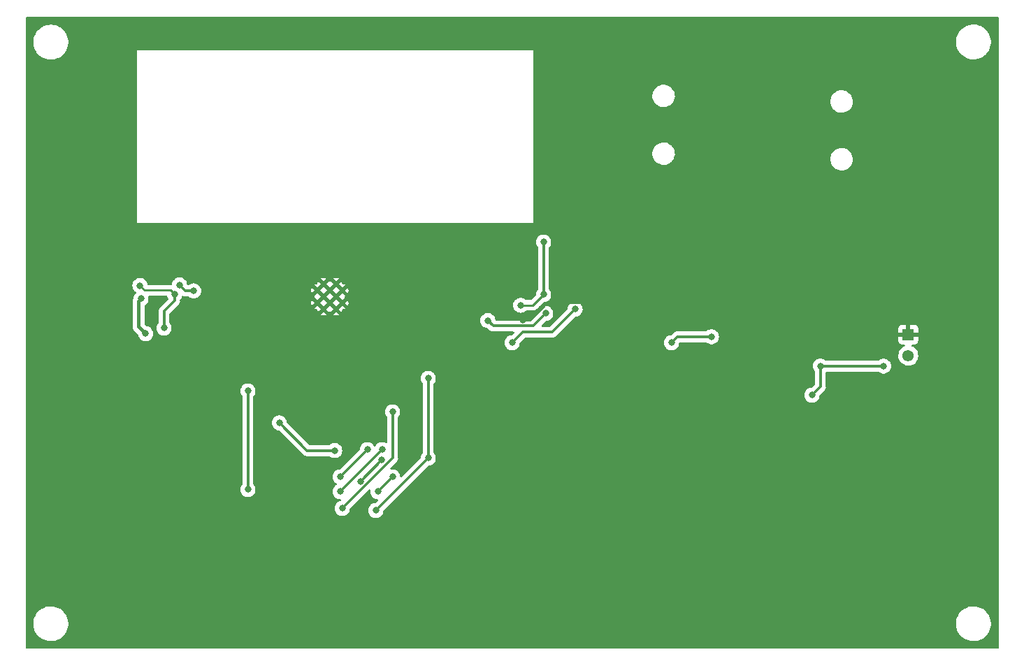
<source format=gbr>
%TF.GenerationSoftware,KiCad,Pcbnew,(6.0.11)*%
%TF.CreationDate,2023-02-28T10:49:06-05:00*%
%TF.ProjectId,RDNT_PCB,52444e54-5f50-4434-922e-6b696361645f,rev?*%
%TF.SameCoordinates,Original*%
%TF.FileFunction,Copper,L2,Bot*%
%TF.FilePolarity,Positive*%
%FSLAX46Y46*%
G04 Gerber Fmt 4.6, Leading zero omitted, Abs format (unit mm)*
G04 Created by KiCad (PCBNEW (6.0.11)) date 2023-02-28 10:49:06*
%MOMM*%
%LPD*%
G01*
G04 APERTURE LIST*
%TA.AperFunction,HeatsinkPad*%
%ADD10C,0.475000*%
%TD*%
%TA.AperFunction,ComponentPad*%
%ADD11R,1.378000X1.378000*%
%TD*%
%TA.AperFunction,ComponentPad*%
%ADD12C,1.378000*%
%TD*%
%TA.AperFunction,ViaPad*%
%ADD13C,0.800000*%
%TD*%
%TA.AperFunction,Conductor*%
%ADD14C,0.304800*%
%TD*%
%TA.AperFunction,Conductor*%
%ADD15C,0.250000*%
%TD*%
%TA.AperFunction,Conductor*%
%ADD16C,0.406400*%
%TD*%
G04 APERTURE END LIST*
D10*
%TO.P,U2,39,GND*%
%TO.N,GNDREF*%
X107442000Y-99313500D03*
X108204500Y-100076000D03*
X108204500Y-101601000D03*
X108204500Y-98551000D03*
X106679500Y-100076000D03*
X106679500Y-98551000D03*
X106679500Y-101601000D03*
X105917000Y-100838500D03*
X107442000Y-100838500D03*
X108967000Y-99313500D03*
X105917000Y-99313500D03*
X108967000Y-100838500D03*
%TD*%
D11*
%TO.P,MK1,1*%
%TO.N,GNDREF*%
X177527200Y-104673400D03*
D12*
%TO.P,MK1,2*%
%TO.N,Net-(C1-Pad2)*%
X177527200Y-107213400D03*
%TD*%
D13*
%TO.N,GNDREF*%
X165077199Y-100870901D03*
X170688000Y-100584000D03*
X138684000Y-100838000D03*
X130810000Y-102880100D03*
X83854195Y-106968195D03*
X89408000Y-97219000D03*
X82042000Y-100270000D03*
%TO.N,/Ble_ADC*%
X137164299Y-101595701D03*
%TO.N,/Aux_ADC*%
X133350000Y-93472000D03*
%TO.N,Net-(C1-Pad2)*%
X174523401Y-108483401D03*
X166876199Y-108483401D03*
X165862000Y-112003900D03*
%TO.N,Net-(C4-Pad2)*%
X148844000Y-105664000D03*
X153684200Y-104927400D03*
%TO.N,/Ble_ADC*%
X129540000Y-105664000D03*
X113768326Y-119864326D03*
X111196326Y-122436326D03*
%TO.N,/sel2*%
X126595326Y-102973326D03*
X133604000Y-102108000D03*
%TO.N,/sel1*%
X119380000Y-119634000D03*
%TO.N,/sel2*%
X108966000Y-125730000D03*
X115062000Y-114046000D03*
%TO.N,/sel1*%
X113030000Y-125984000D03*
X119380000Y-109982000D03*
%TO.N,/Mic_ADC*%
X115062000Y-121920000D03*
X113284000Y-123698000D03*
%TO.N,/Aux_ADC*%
X130579674Y-101115674D03*
X133350000Y-99822000D03*
X113792000Y-118618000D03*
X108712000Y-123698000D03*
%TO.N,/Audio_Out*%
X108712000Y-121920000D03*
X112014000Y-118618000D03*
%TO.N,/LED_Out*%
X97536000Y-123444000D03*
X97536000Y-111506000D03*
%TO.N,Net-(C_boot1-Pad2)*%
X87376000Y-103886000D03*
X88646000Y-99822000D03*
%TO.N,Net-(IC1-Pad8)*%
X89255600Y-98653600D03*
X90966195Y-99373595D03*
%TO.N,Net-(C_boot1-Pad2)*%
X84455000Y-98729800D03*
%TO.N,/+5V*%
X84582000Y-100330000D03*
X85140800Y-104546400D03*
%TO.N,/Ble_ADC*%
X108051600Y-118719600D03*
X101346000Y-115366800D03*
%TD*%
D14*
%TO.N,GNDREF*%
X170401099Y-100870901D02*
X165077199Y-100870901D01*
X170688000Y-100584000D02*
X170401099Y-100870901D01*
X131767845Y-102880100D02*
X130810000Y-102880100D01*
X133809945Y-100838000D02*
X131767845Y-102880100D01*
X138684000Y-100838000D02*
X133809945Y-100838000D01*
D15*
X82042000Y-105156000D02*
X83854195Y-106968195D01*
X82042000Y-100270000D02*
X82042000Y-105156000D01*
X83946000Y-97219000D02*
X89408000Y-97219000D01*
X83058000Y-98107000D02*
X83946000Y-97219000D01*
X82042000Y-100270000D02*
X83058000Y-99254000D01*
X83058000Y-99254000D02*
X83058000Y-98107000D01*
D14*
%TO.N,Net-(C1-Pad2)*%
X174523401Y-108483401D02*
X166876199Y-108483401D01*
%TO.N,/Aux_ADC*%
X133350000Y-93472000D02*
X133350000Y-99822000D01*
%TO.N,Net-(C1-Pad2)*%
X165862000Y-112003900D02*
X166876199Y-110989701D01*
X166876199Y-110989701D02*
X166876199Y-108483401D01*
%TO.N,Net-(C4-Pad2)*%
X148844000Y-105664000D02*
X149580600Y-104927400D01*
X149580600Y-104927400D02*
X153684200Y-104927400D01*
%TO.N,/Ble_ADC*%
X130810000Y-104394000D02*
X129540000Y-105664000D01*
X134366000Y-104394000D02*
X130810000Y-104394000D01*
X137164299Y-101595701D02*
X134366000Y-104394000D01*
X111196326Y-122436326D02*
X113768326Y-119864326D01*
%TO.N,/sel2*%
X127254000Y-103632000D02*
X132080000Y-103632000D01*
X132080000Y-103632000D02*
X133604000Y-102108000D01*
X126595326Y-102973326D02*
X127254000Y-103632000D01*
X115062000Y-119634000D02*
X108966000Y-125730000D01*
X115062000Y-119380000D02*
X115062000Y-119634000D01*
X115062000Y-114046000D02*
X115062000Y-119380000D01*
%TO.N,/sel1*%
X119380000Y-119634000D02*
X113030000Y-125984000D01*
X119380000Y-109982000D02*
X119380000Y-119634000D01*
%TO.N,/Mic_ADC*%
X113284000Y-123698000D02*
X115062000Y-121920000D01*
D15*
%TO.N,/Aux_ADC*%
X132056326Y-101115674D02*
X130579674Y-101115674D01*
X133350000Y-99822000D02*
X132056326Y-101115674D01*
D14*
X108712000Y-123698000D02*
X113792000Y-118618000D01*
%TO.N,/Audio_Out*%
X108712000Y-121920000D02*
X112014000Y-118618000D01*
%TO.N,/LED_Out*%
X97536000Y-111506000D02*
X97536000Y-123444000D01*
D15*
%TO.N,Net-(C_boot1-Pad2)*%
X85039200Y-99314000D02*
X84455000Y-98729800D01*
X88646000Y-99822000D02*
X88138000Y-99314000D01*
X88138000Y-99314000D02*
X85039200Y-99314000D01*
D14*
X88646000Y-100584000D02*
X88646000Y-99822000D01*
X87376000Y-101854000D02*
X88646000Y-100584000D01*
X87376000Y-103886000D02*
X87376000Y-101854000D01*
D16*
%TO.N,/+5V*%
X84286800Y-103692400D02*
X85140800Y-104546400D01*
X84286800Y-100625200D02*
X84286800Y-103692400D01*
X84582000Y-100330000D02*
X84286800Y-100625200D01*
D14*
%TO.N,Net-(IC1-Pad8)*%
X89975595Y-99373595D02*
X89255600Y-98653600D01*
X90966195Y-99373595D02*
X89975595Y-99373595D01*
%TO.N,/Ble_ADC*%
X101346000Y-115366800D02*
X104698800Y-118719600D01*
X104698800Y-118719600D02*
X108051600Y-118719600D01*
%TD*%
%TA.AperFunction,Conductor*%
%TO.N,GNDREF*%
G36*
X188409621Y-66187502D02*
G01*
X188456114Y-66241158D01*
X188467500Y-66293500D01*
X188467500Y-142621500D01*
X188447498Y-142689621D01*
X188393842Y-142736114D01*
X188341500Y-142747500D01*
X70738500Y-142747500D01*
X70670379Y-142727498D01*
X70623886Y-142673842D01*
X70612500Y-142621500D01*
X70612500Y-139832703D01*
X71550743Y-139832703D01*
X71588268Y-140117734D01*
X71664129Y-140395036D01*
X71776923Y-140659476D01*
X71924561Y-140906161D01*
X72104313Y-141130528D01*
X72312851Y-141328423D01*
X72546317Y-141496186D01*
X72550112Y-141498195D01*
X72550113Y-141498196D01*
X72571869Y-141509715D01*
X72800392Y-141630712D01*
X73070373Y-141729511D01*
X73351264Y-141790755D01*
X73379841Y-141793004D01*
X73574282Y-141808307D01*
X73574291Y-141808307D01*
X73576739Y-141808500D01*
X73732271Y-141808500D01*
X73734407Y-141808354D01*
X73734418Y-141808354D01*
X73942548Y-141794165D01*
X73942554Y-141794164D01*
X73946825Y-141793873D01*
X73951020Y-141793004D01*
X73951022Y-141793004D01*
X74087583Y-141764724D01*
X74228342Y-141735574D01*
X74499343Y-141639607D01*
X74754812Y-141507750D01*
X74758313Y-141505289D01*
X74758317Y-141505287D01*
X74872417Y-141425096D01*
X74990023Y-141342441D01*
X75200622Y-141146740D01*
X75382713Y-140924268D01*
X75532927Y-140679142D01*
X75648483Y-140415898D01*
X75727244Y-140139406D01*
X75767751Y-139854784D01*
X75767845Y-139836951D01*
X75767867Y-139832703D01*
X183310743Y-139832703D01*
X183348268Y-140117734D01*
X183424129Y-140395036D01*
X183536923Y-140659476D01*
X183684561Y-140906161D01*
X183864313Y-141130528D01*
X184072851Y-141328423D01*
X184306317Y-141496186D01*
X184310112Y-141498195D01*
X184310113Y-141498196D01*
X184331869Y-141509715D01*
X184560392Y-141630712D01*
X184830373Y-141729511D01*
X185111264Y-141790755D01*
X185139841Y-141793004D01*
X185334282Y-141808307D01*
X185334291Y-141808307D01*
X185336739Y-141808500D01*
X185492271Y-141808500D01*
X185494407Y-141808354D01*
X185494418Y-141808354D01*
X185702548Y-141794165D01*
X185702554Y-141794164D01*
X185706825Y-141793873D01*
X185711020Y-141793004D01*
X185711022Y-141793004D01*
X185847583Y-141764724D01*
X185988342Y-141735574D01*
X186259343Y-141639607D01*
X186514812Y-141507750D01*
X186518313Y-141505289D01*
X186518317Y-141505287D01*
X186632417Y-141425096D01*
X186750023Y-141342441D01*
X186960622Y-141146740D01*
X187142713Y-140924268D01*
X187292927Y-140679142D01*
X187408483Y-140415898D01*
X187487244Y-140139406D01*
X187527751Y-139854784D01*
X187527845Y-139836951D01*
X187529235Y-139571583D01*
X187529235Y-139571576D01*
X187529257Y-139567297D01*
X187491732Y-139282266D01*
X187415871Y-139004964D01*
X187303077Y-138740524D01*
X187155439Y-138493839D01*
X186975687Y-138269472D01*
X186767149Y-138071577D01*
X186533683Y-137903814D01*
X186511843Y-137892250D01*
X186488654Y-137879972D01*
X186279608Y-137769288D01*
X186009627Y-137670489D01*
X185728736Y-137609245D01*
X185697685Y-137606801D01*
X185505718Y-137591693D01*
X185505709Y-137591693D01*
X185503261Y-137591500D01*
X185347729Y-137591500D01*
X185345593Y-137591646D01*
X185345582Y-137591646D01*
X185137452Y-137605835D01*
X185137446Y-137605836D01*
X185133175Y-137606127D01*
X185128980Y-137606996D01*
X185128978Y-137606996D01*
X184992416Y-137635277D01*
X184851658Y-137664426D01*
X184580657Y-137760393D01*
X184325188Y-137892250D01*
X184321687Y-137894711D01*
X184321683Y-137894713D01*
X184311594Y-137901804D01*
X184089977Y-138057559D01*
X183879378Y-138253260D01*
X183697287Y-138475732D01*
X183547073Y-138720858D01*
X183431517Y-138984102D01*
X183352756Y-139260594D01*
X183312249Y-139545216D01*
X183312227Y-139549505D01*
X183312226Y-139549512D01*
X183310765Y-139828417D01*
X183310743Y-139832703D01*
X75767867Y-139832703D01*
X75769235Y-139571583D01*
X75769235Y-139571576D01*
X75769257Y-139567297D01*
X75731732Y-139282266D01*
X75655871Y-139004964D01*
X75543077Y-138740524D01*
X75395439Y-138493839D01*
X75215687Y-138269472D01*
X75007149Y-138071577D01*
X74773683Y-137903814D01*
X74751843Y-137892250D01*
X74728654Y-137879972D01*
X74519608Y-137769288D01*
X74249627Y-137670489D01*
X73968736Y-137609245D01*
X73937685Y-137606801D01*
X73745718Y-137591693D01*
X73745709Y-137591693D01*
X73743261Y-137591500D01*
X73587729Y-137591500D01*
X73585593Y-137591646D01*
X73585582Y-137591646D01*
X73377452Y-137605835D01*
X73377446Y-137605836D01*
X73373175Y-137606127D01*
X73368980Y-137606996D01*
X73368978Y-137606996D01*
X73232416Y-137635277D01*
X73091658Y-137664426D01*
X72820657Y-137760393D01*
X72565188Y-137892250D01*
X72561687Y-137894711D01*
X72561683Y-137894713D01*
X72551594Y-137901804D01*
X72329977Y-138057559D01*
X72119378Y-138253260D01*
X71937287Y-138475732D01*
X71787073Y-138720858D01*
X71671517Y-138984102D01*
X71592756Y-139260594D01*
X71552249Y-139545216D01*
X71552227Y-139549505D01*
X71552226Y-139549512D01*
X71550765Y-139828417D01*
X71550743Y-139832703D01*
X70612500Y-139832703D01*
X70612500Y-123444000D01*
X96622496Y-123444000D01*
X96642458Y-123633928D01*
X96701473Y-123815556D01*
X96796960Y-123980944D01*
X96801378Y-123985851D01*
X96801379Y-123985852D01*
X96920325Y-124117955D01*
X96924747Y-124122866D01*
X97079248Y-124235118D01*
X97085276Y-124237802D01*
X97085278Y-124237803D01*
X97247681Y-124310109D01*
X97253712Y-124312794D01*
X97347113Y-124332647D01*
X97434056Y-124351128D01*
X97434061Y-124351128D01*
X97440513Y-124352500D01*
X97631487Y-124352500D01*
X97637939Y-124351128D01*
X97637944Y-124351128D01*
X97724887Y-124332647D01*
X97818288Y-124312794D01*
X97824319Y-124310109D01*
X97986722Y-124237803D01*
X97986724Y-124237802D01*
X97992752Y-124235118D01*
X98147253Y-124122866D01*
X98151675Y-124117955D01*
X98270621Y-123985852D01*
X98270622Y-123985851D01*
X98275040Y-123980944D01*
X98370527Y-123815556D01*
X98408724Y-123698000D01*
X107798496Y-123698000D01*
X107818458Y-123887928D01*
X107877473Y-124069556D01*
X107972960Y-124234944D01*
X108100747Y-124376866D01*
X108255248Y-124489118D01*
X108261276Y-124491802D01*
X108261278Y-124491803D01*
X108423681Y-124564109D01*
X108429712Y-124566794D01*
X108523113Y-124586647D01*
X108610056Y-124605128D01*
X108610061Y-124605128D01*
X108616513Y-124606500D01*
X108683197Y-124606500D01*
X108751318Y-124626502D01*
X108797811Y-124680158D01*
X108807915Y-124750432D01*
X108778421Y-124815012D01*
X108718695Y-124853396D01*
X108709394Y-124855746D01*
X108690178Y-124859831D01*
X108690173Y-124859833D01*
X108683712Y-124861206D01*
X108677682Y-124863891D01*
X108677681Y-124863891D01*
X108515278Y-124936197D01*
X108515276Y-124936198D01*
X108509248Y-124938882D01*
X108354747Y-125051134D01*
X108226960Y-125193056D01*
X108131473Y-125358444D01*
X108072458Y-125540072D01*
X108052496Y-125730000D01*
X108072458Y-125919928D01*
X108131473Y-126101556D01*
X108226960Y-126266944D01*
X108231378Y-126271851D01*
X108231379Y-126271852D01*
X108350325Y-126403955D01*
X108354747Y-126408866D01*
X108509248Y-126521118D01*
X108515276Y-126523802D01*
X108515278Y-126523803D01*
X108677681Y-126596109D01*
X108683712Y-126598794D01*
X108777113Y-126618647D01*
X108864056Y-126637128D01*
X108864061Y-126637128D01*
X108870513Y-126638500D01*
X109061487Y-126638500D01*
X109067939Y-126637128D01*
X109067944Y-126637128D01*
X109154887Y-126618647D01*
X109248288Y-126598794D01*
X109254319Y-126596109D01*
X109416722Y-126523803D01*
X109416724Y-126523802D01*
X109422752Y-126521118D01*
X109577253Y-126408866D01*
X109581675Y-126403955D01*
X109700621Y-126271852D01*
X109700622Y-126271851D01*
X109705040Y-126266944D01*
X109800527Y-126101556D01*
X109859542Y-125919928D01*
X109872356Y-125798007D01*
X109899369Y-125732351D01*
X109908571Y-125722083D01*
X111025527Y-124605127D01*
X112170323Y-123460330D01*
X112232634Y-123426306D01*
X112303449Y-123431370D01*
X112360285Y-123473917D01*
X112385096Y-123540437D01*
X112384727Y-123562596D01*
X112370496Y-123698000D01*
X112390458Y-123887928D01*
X112449473Y-124069556D01*
X112544960Y-124234944D01*
X112672747Y-124376866D01*
X112827248Y-124489118D01*
X112833276Y-124491802D01*
X112833278Y-124491803D01*
X112995681Y-124564109D01*
X113001712Y-124566794D01*
X113188513Y-124606500D01*
X113188361Y-124607213D01*
X113249374Y-124632316D01*
X113290002Y-124690538D01*
X113292705Y-124761483D01*
X113259640Y-124819707D01*
X113040752Y-125038595D01*
X112978440Y-125072621D01*
X112951657Y-125075500D01*
X112934513Y-125075500D01*
X112928061Y-125076872D01*
X112928056Y-125076872D01*
X112841113Y-125095353D01*
X112747712Y-125115206D01*
X112741682Y-125117891D01*
X112741681Y-125117891D01*
X112579278Y-125190197D01*
X112579276Y-125190198D01*
X112573248Y-125192882D01*
X112418747Y-125305134D01*
X112414326Y-125310044D01*
X112414325Y-125310045D01*
X112370747Y-125358444D01*
X112290960Y-125447056D01*
X112195473Y-125612444D01*
X112136458Y-125794072D01*
X112116496Y-125984000D01*
X112136458Y-126173928D01*
X112195473Y-126355556D01*
X112290960Y-126520944D01*
X112418747Y-126662866D01*
X112573248Y-126775118D01*
X112579276Y-126777802D01*
X112579278Y-126777803D01*
X112741681Y-126850109D01*
X112747712Y-126852794D01*
X112841112Y-126872647D01*
X112928056Y-126891128D01*
X112928061Y-126891128D01*
X112934513Y-126892500D01*
X113125487Y-126892500D01*
X113131939Y-126891128D01*
X113131944Y-126891128D01*
X113218888Y-126872647D01*
X113312288Y-126852794D01*
X113318319Y-126850109D01*
X113480722Y-126777803D01*
X113480724Y-126777802D01*
X113486752Y-126775118D01*
X113641253Y-126662866D01*
X113769040Y-126520944D01*
X113864527Y-126355556D01*
X113923542Y-126173928D01*
X113936356Y-126052007D01*
X113963369Y-125986351D01*
X113972571Y-125976083D01*
X119369248Y-120579405D01*
X119431560Y-120545379D01*
X119458343Y-120542500D01*
X119475487Y-120542500D01*
X119481939Y-120541128D01*
X119481944Y-120541128D01*
X119568887Y-120522647D01*
X119662288Y-120502794D01*
X119668319Y-120500109D01*
X119830722Y-120427803D01*
X119830724Y-120427802D01*
X119836752Y-120425118D01*
X119991253Y-120312866D01*
X120119040Y-120170944D01*
X120214527Y-120005556D01*
X120273542Y-119823928D01*
X120293504Y-119634000D01*
X120288711Y-119588394D01*
X120274232Y-119450635D01*
X120274232Y-119450633D01*
X120273542Y-119444072D01*
X120214527Y-119262444D01*
X120207820Y-119250826D01*
X120122343Y-119102777D01*
X120119040Y-119097056D01*
X120073264Y-119046216D01*
X120042547Y-118982209D01*
X120040900Y-118961906D01*
X120040900Y-112003900D01*
X164948496Y-112003900D01*
X164949186Y-112010465D01*
X164959645Y-112109973D01*
X164968458Y-112193828D01*
X165027473Y-112375456D01*
X165122960Y-112540844D01*
X165250747Y-112682766D01*
X165405248Y-112795018D01*
X165411276Y-112797702D01*
X165411278Y-112797703D01*
X165573681Y-112870009D01*
X165579712Y-112872694D01*
X165673113Y-112892547D01*
X165760056Y-112911028D01*
X165760061Y-112911028D01*
X165766513Y-112912400D01*
X165957487Y-112912400D01*
X165963939Y-112911028D01*
X165963944Y-112911028D01*
X166050888Y-112892547D01*
X166144288Y-112872694D01*
X166150319Y-112870009D01*
X166312722Y-112797703D01*
X166312724Y-112797702D01*
X166318752Y-112795018D01*
X166473253Y-112682766D01*
X166601040Y-112540844D01*
X166696527Y-112375456D01*
X166755542Y-112193828D01*
X166768356Y-112071909D01*
X166795369Y-112006252D01*
X166804570Y-111995984D01*
X167324245Y-111476308D01*
X167330512Y-111470454D01*
X167365226Y-111440171D01*
X167370951Y-111435177D01*
X167405092Y-111386599D01*
X167409024Y-111381305D01*
X167440976Y-111340556D01*
X167445662Y-111334580D01*
X167448788Y-111327656D01*
X167452501Y-111321525D01*
X167455137Y-111316905D01*
X167458559Y-111310523D01*
X167462930Y-111304304D01*
X167484498Y-111248987D01*
X167487053Y-111242908D01*
X167508360Y-111195716D01*
X167511488Y-111188789D01*
X167512874Y-111181313D01*
X167515029Y-111174435D01*
X167516489Y-111169310D01*
X167518277Y-111162346D01*
X167521037Y-111155267D01*
X167528786Y-111096401D01*
X167529817Y-111089890D01*
X167539255Y-111038969D01*
X167540639Y-111031504D01*
X167537308Y-110973733D01*
X167537099Y-110966480D01*
X167537099Y-109270301D01*
X167557101Y-109202180D01*
X167610757Y-109155687D01*
X167663099Y-109144301D01*
X173846480Y-109144301D01*
X173914601Y-109164303D01*
X173920541Y-109168365D01*
X174066649Y-109274519D01*
X174072677Y-109277203D01*
X174072679Y-109277204D01*
X174235082Y-109349510D01*
X174241113Y-109352195D01*
X174334513Y-109372048D01*
X174421457Y-109390529D01*
X174421462Y-109390529D01*
X174427914Y-109391901D01*
X174618888Y-109391901D01*
X174625340Y-109390529D01*
X174625345Y-109390529D01*
X174712288Y-109372048D01*
X174805689Y-109352195D01*
X174811720Y-109349510D01*
X174974123Y-109277204D01*
X174974125Y-109277203D01*
X174980153Y-109274519D01*
X175134654Y-109162267D01*
X175150831Y-109144301D01*
X175258022Y-109025253D01*
X175258023Y-109025252D01*
X175262441Y-109020345D01*
X175357928Y-108854957D01*
X175416943Y-108673329D01*
X175436905Y-108483401D01*
X175416943Y-108293473D01*
X175357928Y-108111845D01*
X175262441Y-107946457D01*
X175211196Y-107889543D01*
X175139076Y-107809446D01*
X175139075Y-107809445D01*
X175134654Y-107804535D01*
X174980153Y-107692283D01*
X174974125Y-107689599D01*
X174974123Y-107689598D01*
X174811720Y-107617292D01*
X174811719Y-107617292D01*
X174805689Y-107614607D01*
X174712289Y-107594754D01*
X174625345Y-107576273D01*
X174625340Y-107576273D01*
X174618888Y-107574901D01*
X174427914Y-107574901D01*
X174421462Y-107576273D01*
X174421457Y-107576273D01*
X174334513Y-107594754D01*
X174241113Y-107614607D01*
X174235083Y-107617292D01*
X174235082Y-107617292D01*
X174072679Y-107689598D01*
X174072677Y-107689599D01*
X174066649Y-107692283D01*
X174061308Y-107696163D01*
X174061307Y-107696164D01*
X173920541Y-107798437D01*
X173853673Y-107822295D01*
X173846480Y-107822501D01*
X167553120Y-107822501D01*
X167484999Y-107802499D01*
X167479059Y-107798437D01*
X167338293Y-107696164D01*
X167338292Y-107696163D01*
X167332951Y-107692283D01*
X167326923Y-107689599D01*
X167326921Y-107689598D01*
X167164518Y-107617292D01*
X167164517Y-107617292D01*
X167158487Y-107614607D01*
X167065087Y-107594754D01*
X166978143Y-107576273D01*
X166978138Y-107576273D01*
X166971686Y-107574901D01*
X166780712Y-107574901D01*
X166774260Y-107576273D01*
X166774255Y-107576273D01*
X166687311Y-107594754D01*
X166593911Y-107614607D01*
X166587881Y-107617292D01*
X166587880Y-107617292D01*
X166425477Y-107689598D01*
X166425475Y-107689599D01*
X166419447Y-107692283D01*
X166264946Y-107804535D01*
X166260525Y-107809445D01*
X166260524Y-107809446D01*
X166188405Y-107889543D01*
X166137159Y-107946457D01*
X166041672Y-108111845D01*
X165982657Y-108293473D01*
X165962695Y-108483401D01*
X165982657Y-108673329D01*
X166041672Y-108854957D01*
X166137159Y-109020345D01*
X166141577Y-109025252D01*
X166141578Y-109025253D01*
X166182935Y-109071184D01*
X166213652Y-109135192D01*
X166215299Y-109155495D01*
X166215299Y-110663756D01*
X166195297Y-110731877D01*
X166178395Y-110752851D01*
X165872752Y-111058495D01*
X165810439Y-111092520D01*
X165783656Y-111095400D01*
X165766513Y-111095400D01*
X165760061Y-111096772D01*
X165760056Y-111096772D01*
X165673113Y-111115253D01*
X165579712Y-111135106D01*
X165573682Y-111137791D01*
X165573681Y-111137791D01*
X165411278Y-111210097D01*
X165411276Y-111210098D01*
X165405248Y-111212782D01*
X165250747Y-111325034D01*
X165122960Y-111466956D01*
X165027473Y-111632344D01*
X164968458Y-111813972D01*
X164967768Y-111820533D01*
X164967768Y-111820535D01*
X164949328Y-111995984D01*
X164948496Y-112003900D01*
X120040900Y-112003900D01*
X120040900Y-110654094D01*
X120060902Y-110585973D01*
X120073264Y-110569783D01*
X120114621Y-110523852D01*
X120114622Y-110523851D01*
X120119040Y-110518944D01*
X120214527Y-110353556D01*
X120273542Y-110171928D01*
X120293504Y-109982000D01*
X120273542Y-109792072D01*
X120214527Y-109610444D01*
X120119040Y-109445056D01*
X119991253Y-109303134D01*
X119892157Y-109231136D01*
X119842094Y-109194763D01*
X119842093Y-109194762D01*
X119836752Y-109190882D01*
X119830724Y-109188198D01*
X119830722Y-109188197D01*
X119668319Y-109115891D01*
X119668318Y-109115891D01*
X119662288Y-109113206D01*
X119568887Y-109093353D01*
X119481944Y-109074872D01*
X119481939Y-109074872D01*
X119475487Y-109073500D01*
X119284513Y-109073500D01*
X119278061Y-109074872D01*
X119278056Y-109074872D01*
X119191113Y-109093353D01*
X119097712Y-109113206D01*
X119091682Y-109115891D01*
X119091681Y-109115891D01*
X118929278Y-109188197D01*
X118929276Y-109188198D01*
X118923248Y-109190882D01*
X118917907Y-109194762D01*
X118917906Y-109194763D01*
X118867843Y-109231136D01*
X118768747Y-109303134D01*
X118640960Y-109445056D01*
X118545473Y-109610444D01*
X118486458Y-109792072D01*
X118466496Y-109982000D01*
X118486458Y-110171928D01*
X118545473Y-110353556D01*
X118640960Y-110518944D01*
X118645378Y-110523851D01*
X118645379Y-110523852D01*
X118686736Y-110569783D01*
X118717453Y-110633791D01*
X118719100Y-110654094D01*
X118719100Y-118961906D01*
X118699098Y-119030027D01*
X118686737Y-119046215D01*
X118640960Y-119097056D01*
X118637657Y-119102777D01*
X118552181Y-119250826D01*
X118545473Y-119262444D01*
X118486458Y-119444072D01*
X118485768Y-119450633D01*
X118485768Y-119450635D01*
X118473644Y-119565992D01*
X118446631Y-119631649D01*
X118437429Y-119641917D01*
X116179781Y-121899565D01*
X116117469Y-121933591D01*
X116046654Y-121928526D01*
X115989818Y-121885979D01*
X115965376Y-121823640D01*
X115961273Y-121784595D01*
X115955542Y-121730072D01*
X115896527Y-121548444D01*
X115801040Y-121383056D01*
X115673253Y-121241134D01*
X115518752Y-121128882D01*
X115512724Y-121126198D01*
X115512722Y-121126197D01*
X115350319Y-121053891D01*
X115350318Y-121053891D01*
X115344288Y-121051206D01*
X115250888Y-121031353D01*
X115163944Y-121012872D01*
X115163939Y-121012872D01*
X115157487Y-121011500D01*
X114966513Y-121011500D01*
X114960058Y-121012872D01*
X114960049Y-121012873D01*
X114941463Y-121016824D01*
X114870672Y-121011423D01*
X114814039Y-120968607D01*
X114789545Y-120901970D01*
X114804966Y-120832668D01*
X114826170Y-120804483D01*
X115510039Y-120120614D01*
X115516305Y-120114760D01*
X115551027Y-120084470D01*
X115556752Y-120079476D01*
X115590893Y-120030898D01*
X115594825Y-120025604D01*
X115606058Y-120011279D01*
X115631463Y-119978879D01*
X115634590Y-119971953D01*
X115638302Y-119965824D01*
X115640949Y-119961185D01*
X115644363Y-119954818D01*
X115648731Y-119948603D01*
X115670295Y-119893295D01*
X115672850Y-119887217D01*
X115694165Y-119840009D01*
X115697290Y-119833088D01*
X115698674Y-119825620D01*
X115700810Y-119818804D01*
X115702284Y-119813632D01*
X115704077Y-119806647D01*
X115706838Y-119799566D01*
X115714586Y-119740711D01*
X115715618Y-119734195D01*
X115725056Y-119683272D01*
X115725056Y-119683270D01*
X115726440Y-119675803D01*
X115723109Y-119618032D01*
X115722900Y-119610779D01*
X115722900Y-114718094D01*
X115742902Y-114649973D01*
X115755264Y-114633783D01*
X115796621Y-114587852D01*
X115796622Y-114587851D01*
X115801040Y-114582944D01*
X115872211Y-114459672D01*
X115893223Y-114423279D01*
X115893224Y-114423278D01*
X115896527Y-114417556D01*
X115955542Y-114235928D01*
X115975504Y-114046000D01*
X115955542Y-113856072D01*
X115896527Y-113674444D01*
X115801040Y-113509056D01*
X115673253Y-113367134D01*
X115518752Y-113254882D01*
X115512724Y-113252198D01*
X115512722Y-113252197D01*
X115350319Y-113179891D01*
X115350318Y-113179891D01*
X115344288Y-113177206D01*
X115250888Y-113157353D01*
X115163944Y-113138872D01*
X115163939Y-113138872D01*
X115157487Y-113137500D01*
X114966513Y-113137500D01*
X114960061Y-113138872D01*
X114960056Y-113138872D01*
X114873112Y-113157353D01*
X114779712Y-113177206D01*
X114773682Y-113179891D01*
X114773681Y-113179891D01*
X114611278Y-113252197D01*
X114611276Y-113252198D01*
X114605248Y-113254882D01*
X114450747Y-113367134D01*
X114322960Y-113509056D01*
X114227473Y-113674444D01*
X114168458Y-113856072D01*
X114148496Y-114046000D01*
X114168458Y-114235928D01*
X114227473Y-114417556D01*
X114230776Y-114423278D01*
X114230777Y-114423279D01*
X114251789Y-114459672D01*
X114322960Y-114582944D01*
X114327378Y-114587851D01*
X114327379Y-114587852D01*
X114368736Y-114633783D01*
X114399453Y-114697791D01*
X114401100Y-114718094D01*
X114401100Y-117700688D01*
X114381098Y-117768809D01*
X114327442Y-117815302D01*
X114257168Y-117825406D01*
X114223852Y-117815795D01*
X114080323Y-117751892D01*
X114080315Y-117751889D01*
X114074288Y-117749206D01*
X113980887Y-117729353D01*
X113893944Y-117710872D01*
X113893939Y-117710872D01*
X113887487Y-117709500D01*
X113696513Y-117709500D01*
X113690061Y-117710872D01*
X113690056Y-117710872D01*
X113603113Y-117729353D01*
X113509712Y-117749206D01*
X113503682Y-117751891D01*
X113503681Y-117751891D01*
X113341278Y-117824197D01*
X113341276Y-117824198D01*
X113335248Y-117826882D01*
X113329907Y-117830762D01*
X113329906Y-117830763D01*
X113298624Y-117853491D01*
X113180747Y-117939134D01*
X113052960Y-118081056D01*
X113049659Y-118086774D01*
X113012119Y-118151795D01*
X112960737Y-118200788D01*
X112891023Y-118214224D01*
X112825112Y-118187838D01*
X112793881Y-118151795D01*
X112756341Y-118086774D01*
X112753040Y-118081056D01*
X112625253Y-117939134D01*
X112507376Y-117853491D01*
X112476094Y-117830763D01*
X112476093Y-117830762D01*
X112470752Y-117826882D01*
X112464724Y-117824198D01*
X112464722Y-117824197D01*
X112302319Y-117751891D01*
X112302318Y-117751891D01*
X112296288Y-117749206D01*
X112202887Y-117729353D01*
X112115944Y-117710872D01*
X112115939Y-117710872D01*
X112109487Y-117709500D01*
X111918513Y-117709500D01*
X111912061Y-117710872D01*
X111912056Y-117710872D01*
X111825113Y-117729353D01*
X111731712Y-117749206D01*
X111725682Y-117751891D01*
X111725681Y-117751891D01*
X111563278Y-117824197D01*
X111563276Y-117824198D01*
X111557248Y-117826882D01*
X111551907Y-117830762D01*
X111551906Y-117830763D01*
X111520624Y-117853491D01*
X111402747Y-117939134D01*
X111274960Y-118081056D01*
X111271659Y-118086774D01*
X111205833Y-118200788D01*
X111179473Y-118246444D01*
X111120458Y-118428072D01*
X111119768Y-118434633D01*
X111119768Y-118434635D01*
X111107644Y-118549992D01*
X111080631Y-118615649D01*
X111071429Y-118625917D01*
X108722752Y-120974595D01*
X108660440Y-121008620D01*
X108633657Y-121011500D01*
X108616513Y-121011500D01*
X108610061Y-121012872D01*
X108610056Y-121012872D01*
X108523112Y-121031353D01*
X108429712Y-121051206D01*
X108423682Y-121053891D01*
X108423681Y-121053891D01*
X108261278Y-121126197D01*
X108261276Y-121126198D01*
X108255248Y-121128882D01*
X108100747Y-121241134D01*
X107972960Y-121383056D01*
X107877473Y-121548444D01*
X107818458Y-121730072D01*
X107798496Y-121920000D01*
X107818458Y-122109928D01*
X107877473Y-122291556D01*
X107972960Y-122456944D01*
X108100747Y-122598866D01*
X108212378Y-122679971D01*
X108249668Y-122707064D01*
X108293022Y-122763287D01*
X108299097Y-122834023D01*
X108265965Y-122896814D01*
X108249668Y-122910936D01*
X108214796Y-122936272D01*
X108100747Y-123019134D01*
X108096326Y-123024044D01*
X108096325Y-123024045D01*
X108052747Y-123072444D01*
X107972960Y-123161056D01*
X107877473Y-123326444D01*
X107818458Y-123508072D01*
X107798496Y-123698000D01*
X98408724Y-123698000D01*
X98429542Y-123633928D01*
X98449504Y-123444000D01*
X98429542Y-123254072D01*
X98370527Y-123072444D01*
X98339749Y-123019134D01*
X98278343Y-122912777D01*
X98275040Y-122907056D01*
X98229264Y-122856216D01*
X98198547Y-122792209D01*
X98196900Y-122771906D01*
X98196900Y-115366800D01*
X100432496Y-115366800D01*
X100452458Y-115556728D01*
X100511473Y-115738356D01*
X100606960Y-115903744D01*
X100734747Y-116045666D01*
X100889248Y-116157918D01*
X100895276Y-116160602D01*
X100895278Y-116160603D01*
X101057681Y-116232909D01*
X101063712Y-116235594D01*
X101157113Y-116255447D01*
X101244056Y-116273928D01*
X101244061Y-116273928D01*
X101250513Y-116275300D01*
X101267656Y-116275300D01*
X101335777Y-116295302D01*
X101356751Y-116312205D01*
X104212193Y-119167647D01*
X104218046Y-119173912D01*
X104253324Y-119214352D01*
X104259542Y-119218722D01*
X104301884Y-119248480D01*
X104307180Y-119252413D01*
X104353921Y-119289063D01*
X104360845Y-119292189D01*
X104366976Y-119295902D01*
X104371596Y-119298538D01*
X104377978Y-119301960D01*
X104384197Y-119306331D01*
X104391276Y-119309091D01*
X104439513Y-119327898D01*
X104445592Y-119330454D01*
X104499712Y-119354889D01*
X104507188Y-119356275D01*
X104514066Y-119358430D01*
X104519191Y-119359890D01*
X104526155Y-119361678D01*
X104533234Y-119364438D01*
X104540766Y-119365430D01*
X104540768Y-119365430D01*
X104565996Y-119368751D01*
X104592100Y-119372187D01*
X104598598Y-119373216D01*
X104656997Y-119384040D01*
X104664577Y-119383603D01*
X104664578Y-119383603D01*
X104714767Y-119380709D01*
X104722020Y-119380500D01*
X107374679Y-119380500D01*
X107442800Y-119400502D01*
X107448740Y-119404564D01*
X107594848Y-119510718D01*
X107600876Y-119513402D01*
X107600878Y-119513403D01*
X107718996Y-119565992D01*
X107769312Y-119588394D01*
X107862712Y-119608247D01*
X107949656Y-119626728D01*
X107949661Y-119626728D01*
X107956113Y-119628100D01*
X108147087Y-119628100D01*
X108153539Y-119626728D01*
X108153544Y-119626728D01*
X108240488Y-119608247D01*
X108333888Y-119588394D01*
X108384204Y-119565992D01*
X108502322Y-119513403D01*
X108502324Y-119513402D01*
X108508352Y-119510718D01*
X108662853Y-119398466D01*
X108677088Y-119382656D01*
X108786221Y-119261452D01*
X108786222Y-119261451D01*
X108790640Y-119256544D01*
X108886127Y-119091156D01*
X108945142Y-118909528D01*
X108965104Y-118719600D01*
X108955258Y-118625917D01*
X108945832Y-118536235D01*
X108945832Y-118536233D01*
X108945142Y-118529672D01*
X108886127Y-118348044D01*
X108790640Y-118182656D01*
X108662853Y-118040734D01*
X108508352Y-117928482D01*
X108502324Y-117925798D01*
X108502322Y-117925797D01*
X108339919Y-117853491D01*
X108339918Y-117853491D01*
X108333888Y-117850806D01*
X108239594Y-117830763D01*
X108153544Y-117812472D01*
X108153539Y-117812472D01*
X108147087Y-117811100D01*
X107956113Y-117811100D01*
X107949661Y-117812472D01*
X107949656Y-117812472D01*
X107863606Y-117830763D01*
X107769312Y-117850806D01*
X107763282Y-117853491D01*
X107763281Y-117853491D01*
X107600878Y-117925797D01*
X107600876Y-117925798D01*
X107594848Y-117928482D01*
X107589507Y-117932362D01*
X107589506Y-117932363D01*
X107448740Y-118034636D01*
X107381872Y-118058494D01*
X107374679Y-118058700D01*
X105024744Y-118058700D01*
X104956623Y-118038698D01*
X104935649Y-118021795D01*
X102288571Y-115374718D01*
X102254545Y-115312406D01*
X102252356Y-115298793D01*
X102240232Y-115183435D01*
X102240232Y-115183433D01*
X102239542Y-115176872D01*
X102180527Y-114995244D01*
X102085040Y-114829856D01*
X101957253Y-114687934D01*
X101819503Y-114587852D01*
X101808094Y-114579563D01*
X101808093Y-114579562D01*
X101802752Y-114575682D01*
X101796724Y-114572998D01*
X101796722Y-114572997D01*
X101634319Y-114500691D01*
X101634318Y-114500691D01*
X101628288Y-114498006D01*
X101534888Y-114478153D01*
X101447944Y-114459672D01*
X101447939Y-114459672D01*
X101441487Y-114458300D01*
X101250513Y-114458300D01*
X101244061Y-114459672D01*
X101244056Y-114459672D01*
X101157112Y-114478153D01*
X101063712Y-114498006D01*
X101057682Y-114500691D01*
X101057681Y-114500691D01*
X100895278Y-114572997D01*
X100895276Y-114572998D01*
X100889248Y-114575682D01*
X100883907Y-114579562D01*
X100883906Y-114579563D01*
X100872497Y-114587852D01*
X100734747Y-114687934D01*
X100606960Y-114829856D01*
X100511473Y-114995244D01*
X100452458Y-115176872D01*
X100432496Y-115366800D01*
X98196900Y-115366800D01*
X98196900Y-112178094D01*
X98216902Y-112109973D01*
X98229264Y-112093783D01*
X98270621Y-112047852D01*
X98270622Y-112047851D01*
X98275040Y-112042944D01*
X98370527Y-111877556D01*
X98429542Y-111695928D01*
X98436827Y-111626621D01*
X98448814Y-111512565D01*
X98449504Y-111506000D01*
X98436398Y-111381305D01*
X98430232Y-111322635D01*
X98430232Y-111322633D01*
X98429542Y-111316072D01*
X98370527Y-111134444D01*
X98348568Y-111096409D01*
X98311094Y-111031504D01*
X98275040Y-110969056D01*
X98147253Y-110827134D01*
X97992752Y-110714882D01*
X97986724Y-110712198D01*
X97986722Y-110712197D01*
X97824319Y-110639891D01*
X97824318Y-110639891D01*
X97818288Y-110637206D01*
X97724888Y-110617353D01*
X97637944Y-110598872D01*
X97637939Y-110598872D01*
X97631487Y-110597500D01*
X97440513Y-110597500D01*
X97434061Y-110598872D01*
X97434056Y-110598872D01*
X97347112Y-110617353D01*
X97253712Y-110637206D01*
X97247682Y-110639891D01*
X97247681Y-110639891D01*
X97085278Y-110712197D01*
X97085276Y-110712198D01*
X97079248Y-110714882D01*
X96924747Y-110827134D01*
X96796960Y-110969056D01*
X96760906Y-111031504D01*
X96723433Y-111096409D01*
X96701473Y-111134444D01*
X96642458Y-111316072D01*
X96641768Y-111322633D01*
X96641768Y-111322635D01*
X96635602Y-111381305D01*
X96622496Y-111506000D01*
X96623186Y-111512565D01*
X96635174Y-111626621D01*
X96642458Y-111695928D01*
X96701473Y-111877556D01*
X96796960Y-112042944D01*
X96801378Y-112047851D01*
X96801379Y-112047852D01*
X96842736Y-112093783D01*
X96873453Y-112157791D01*
X96875100Y-112178094D01*
X96875100Y-122771906D01*
X96855098Y-122840027D01*
X96842737Y-122856215D01*
X96796960Y-122907056D01*
X96793657Y-122912777D01*
X96732252Y-123019134D01*
X96701473Y-123072444D01*
X96642458Y-123254072D01*
X96622496Y-123444000D01*
X70612500Y-123444000D01*
X70612500Y-107181919D01*
X176324982Y-107181919D01*
X176339376Y-107401533D01*
X176393551Y-107614846D01*
X176485692Y-107814715D01*
X176612713Y-107994446D01*
X176616847Y-107998473D01*
X176727352Y-108106122D01*
X176770360Y-108148019D01*
X176775156Y-108151224D01*
X176775159Y-108151226D01*
X176849394Y-108200828D01*
X176953355Y-108270292D01*
X176958658Y-108272570D01*
X176958661Y-108272572D01*
X177150260Y-108354889D01*
X177155567Y-108357169D01*
X177234550Y-108375041D01*
X177364588Y-108404466D01*
X177364593Y-108404467D01*
X177370225Y-108405741D01*
X177375996Y-108405968D01*
X177375998Y-108405968D01*
X177441408Y-108408538D01*
X177590141Y-108414382D01*
X177699044Y-108398592D01*
X177802234Y-108383630D01*
X177802239Y-108383629D01*
X177807948Y-108382801D01*
X177813412Y-108380946D01*
X177813417Y-108380945D01*
X178010886Y-108313913D01*
X178016354Y-108312057D01*
X178208377Y-108204519D01*
X178377588Y-108063788D01*
X178518319Y-107894577D01*
X178625857Y-107702554D01*
X178653850Y-107620089D01*
X178694745Y-107499617D01*
X178694746Y-107499612D01*
X178696601Y-107494148D01*
X178728182Y-107276341D01*
X178729830Y-107213400D01*
X178709692Y-106994238D01*
X178702602Y-106969096D01*
X178651520Y-106787975D01*
X178651519Y-106787973D01*
X178649952Y-106782416D01*
X178638254Y-106758693D01*
X178555166Y-106590209D01*
X178552611Y-106585028D01*
X178536547Y-106563515D01*
X178511601Y-106530109D01*
X178420928Y-106408683D01*
X178259315Y-106259289D01*
X178254432Y-106256208D01*
X178254428Y-106256205D01*
X178078067Y-106144930D01*
X178078062Y-106144928D01*
X178073183Y-106141849D01*
X178045679Y-106130876D01*
X178001948Y-106113429D01*
X177946088Y-106069608D01*
X177922788Y-106002544D01*
X177939444Y-105933529D01*
X177990768Y-105884474D01*
X178048638Y-105870399D01*
X178260869Y-105870399D01*
X178267690Y-105870029D01*
X178318552Y-105864505D01*
X178333804Y-105860879D01*
X178454254Y-105815724D01*
X178469849Y-105807186D01*
X178571924Y-105730685D01*
X178584485Y-105718124D01*
X178660986Y-105616049D01*
X178669524Y-105600454D01*
X178714678Y-105480006D01*
X178718305Y-105464751D01*
X178723831Y-105413886D01*
X178724200Y-105407072D01*
X178724200Y-104945515D01*
X178719725Y-104930276D01*
X178718335Y-104929071D01*
X178710652Y-104927400D01*
X176348316Y-104927400D01*
X176333077Y-104931875D01*
X176331872Y-104933265D01*
X176330201Y-104940948D01*
X176330201Y-105407069D01*
X176330571Y-105413890D01*
X176336095Y-105464752D01*
X176339721Y-105480004D01*
X176384876Y-105600454D01*
X176393414Y-105616049D01*
X176469915Y-105718124D01*
X176482476Y-105730685D01*
X176584551Y-105807186D01*
X176600146Y-105815724D01*
X176720594Y-105860878D01*
X176735849Y-105864505D01*
X176786714Y-105870031D01*
X176793528Y-105870400D01*
X177001927Y-105870400D01*
X177070048Y-105890402D01*
X177116541Y-105944058D01*
X177126645Y-106014332D01*
X177097151Y-106078912D01*
X177045537Y-106114612D01*
X177014873Y-106125924D01*
X177014865Y-106125928D01*
X177009454Y-106127924D01*
X177004493Y-106130876D01*
X177004492Y-106130876D01*
X176980870Y-106144930D01*
X176820312Y-106240452D01*
X176654843Y-106385564D01*
X176518590Y-106558401D01*
X176515901Y-106563512D01*
X176515899Y-106563515D01*
X176501855Y-106590209D01*
X176416115Y-106753173D01*
X176350850Y-106963359D01*
X176324982Y-107181919D01*
X70612500Y-107181919D01*
X70612500Y-98729800D01*
X83541496Y-98729800D01*
X83542186Y-98736365D01*
X83552211Y-98831743D01*
X83561458Y-98919728D01*
X83620473Y-99101356D01*
X83623776Y-99107078D01*
X83623777Y-99107079D01*
X83657686Y-99165810D01*
X83715960Y-99266744D01*
X83720378Y-99271651D01*
X83720379Y-99271652D01*
X83773354Y-99330487D01*
X83843747Y-99408666D01*
X83849089Y-99412547D01*
X83849091Y-99412549D01*
X83939291Y-99478083D01*
X83982645Y-99534305D01*
X83988720Y-99605042D01*
X83958866Y-99664329D01*
X83891753Y-99738866D01*
X83842960Y-99793056D01*
X83826249Y-99822000D01*
X83753792Y-99947500D01*
X83747473Y-99958444D01*
X83688458Y-100140072D01*
X83687769Y-100146631D01*
X83687768Y-100146634D01*
X83679679Y-100223600D01*
X83661298Y-100272633D01*
X83662928Y-100273507D01*
X83659340Y-100280198D01*
X83654970Y-100286416D01*
X83652210Y-100293495D01*
X83652209Y-100293497D01*
X83631652Y-100346224D01*
X83629100Y-100352297D01*
X83602680Y-100410809D01*
X83601296Y-100418277D01*
X83600588Y-100420536D01*
X83595751Y-100437518D01*
X83595158Y-100439827D01*
X83592397Y-100446908D01*
X83591406Y-100454437D01*
X83591405Y-100454440D01*
X83584017Y-100510556D01*
X83582985Y-100517070D01*
X83582257Y-100521000D01*
X83571288Y-100580183D01*
X83571725Y-100587763D01*
X83571725Y-100587764D01*
X83574891Y-100642670D01*
X83575100Y-100649923D01*
X83575100Y-103663370D01*
X83574808Y-103671940D01*
X83570855Y-103729921D01*
X83572160Y-103737397D01*
X83572160Y-103737400D01*
X83581896Y-103793183D01*
X83582859Y-103799708D01*
X83589655Y-103855867D01*
X83590568Y-103863411D01*
X83593254Y-103870519D01*
X83593819Y-103872819D01*
X83598486Y-103889880D01*
X83599166Y-103892134D01*
X83600472Y-103899615D01*
X83618081Y-103939728D01*
X83626275Y-103958395D01*
X83628767Y-103964502D01*
X83645754Y-104009456D01*
X83651457Y-104024549D01*
X83655756Y-104030804D01*
X83656849Y-104032895D01*
X83665455Y-104048357D01*
X83666658Y-104050391D01*
X83669711Y-104057346D01*
X83674334Y-104063371D01*
X83674337Y-104063376D01*
X83708788Y-104108274D01*
X83712664Y-104113609D01*
X83744718Y-104160247D01*
X83744723Y-104160253D01*
X83749025Y-104166512D01*
X83754699Y-104171567D01*
X83795772Y-104208162D01*
X83801048Y-104213143D01*
X84206667Y-104618762D01*
X84240693Y-104681074D01*
X84242881Y-104694683D01*
X84247258Y-104736328D01*
X84306273Y-104917956D01*
X84309576Y-104923678D01*
X84309577Y-104923679D01*
X84312587Y-104928892D01*
X84401760Y-105083344D01*
X84529547Y-105225266D01*
X84684048Y-105337518D01*
X84690076Y-105340202D01*
X84690078Y-105340203D01*
X84852481Y-105412509D01*
X84858512Y-105415194D01*
X84951913Y-105435047D01*
X85038856Y-105453528D01*
X85038861Y-105453528D01*
X85045313Y-105454900D01*
X85236287Y-105454900D01*
X85242739Y-105453528D01*
X85242744Y-105453528D01*
X85329687Y-105435047D01*
X85423088Y-105415194D01*
X85429119Y-105412509D01*
X85591522Y-105340203D01*
X85591524Y-105340202D01*
X85597552Y-105337518D01*
X85752053Y-105225266D01*
X85879840Y-105083344D01*
X85969013Y-104928892D01*
X85972023Y-104923679D01*
X85972024Y-104923678D01*
X85975327Y-104917956D01*
X86034342Y-104736328D01*
X86038719Y-104694688D01*
X86053614Y-104552965D01*
X86054304Y-104546400D01*
X86041844Y-104427852D01*
X86035032Y-104363035D01*
X86035032Y-104363033D01*
X86034342Y-104356472D01*
X85975327Y-104174844D01*
X85969539Y-104164818D01*
X85918218Y-104075928D01*
X85879840Y-104009456D01*
X85817060Y-103939731D01*
X85756475Y-103872445D01*
X85756474Y-103872444D01*
X85752053Y-103867534D01*
X85613858Y-103767129D01*
X85602894Y-103759163D01*
X85602893Y-103759162D01*
X85597552Y-103755282D01*
X85591524Y-103752598D01*
X85591522Y-103752597D01*
X85429119Y-103680291D01*
X85429118Y-103680291D01*
X85423088Y-103677606D01*
X85275978Y-103646336D01*
X85213081Y-103612185D01*
X85035405Y-103434509D01*
X85001379Y-103372197D01*
X84998500Y-103345414D01*
X84998500Y-101214563D01*
X85018502Y-101146442D01*
X85050439Y-101112627D01*
X85108274Y-101070607D01*
X85193253Y-101008866D01*
X85218419Y-100980916D01*
X85316621Y-100871852D01*
X85316622Y-100871851D01*
X85321040Y-100866944D01*
X85416527Y-100701556D01*
X85475542Y-100519928D01*
X85477138Y-100504749D01*
X85494814Y-100336565D01*
X85495504Y-100330000D01*
X85475542Y-100140072D01*
X85473502Y-100133794D01*
X85473502Y-100133792D01*
X85466563Y-100112438D01*
X85464534Y-100041471D01*
X85501195Y-99980672D01*
X85564907Y-99949346D01*
X85586395Y-99947500D01*
X87639980Y-99947500D01*
X87708101Y-99967502D01*
X87754594Y-100021158D01*
X87759813Y-100034563D01*
X87811473Y-100193556D01*
X87828819Y-100223600D01*
X87869396Y-100293882D01*
X87886133Y-100362877D01*
X87862912Y-100429969D01*
X87849371Y-100445976D01*
X86927961Y-101367386D01*
X86921696Y-101373239D01*
X86881248Y-101408524D01*
X86863312Y-101434045D01*
X86847109Y-101457099D01*
X86843177Y-101462393D01*
X86806537Y-101509121D01*
X86803411Y-101516045D01*
X86799698Y-101522176D01*
X86797062Y-101526796D01*
X86793640Y-101533178D01*
X86789269Y-101539397D01*
X86786509Y-101546476D01*
X86767702Y-101594713D01*
X86765146Y-101600792D01*
X86740711Y-101654912D01*
X86739325Y-101662388D01*
X86737170Y-101669266D01*
X86735710Y-101674391D01*
X86733922Y-101681355D01*
X86731162Y-101688434D01*
X86730170Y-101695966D01*
X86730170Y-101695968D01*
X86727793Y-101714025D01*
X86723506Y-101746596D01*
X86723414Y-101747292D01*
X86722384Y-101753798D01*
X86711560Y-101812197D01*
X86711997Y-101819777D01*
X86711997Y-101819778D01*
X86714891Y-101869967D01*
X86715100Y-101877220D01*
X86715100Y-103213906D01*
X86695098Y-103282027D01*
X86682737Y-103298215D01*
X86636960Y-103349056D01*
X86633657Y-103354777D01*
X86560052Y-103482265D01*
X86541473Y-103514444D01*
X86482458Y-103696072D01*
X86481768Y-103702633D01*
X86481768Y-103702635D01*
X86467390Y-103839435D01*
X86462496Y-103886000D01*
X86463186Y-103892565D01*
X86480920Y-104061291D01*
X86482458Y-104075928D01*
X86541473Y-104257556D01*
X86544776Y-104263278D01*
X86544777Y-104263279D01*
X86562004Y-104293116D01*
X86636960Y-104422944D01*
X86641378Y-104427851D01*
X86641379Y-104427852D01*
X86760325Y-104559955D01*
X86764747Y-104564866D01*
X86919248Y-104677118D01*
X86925276Y-104679802D01*
X86925278Y-104679803D01*
X87087681Y-104752109D01*
X87093712Y-104754794D01*
X87187112Y-104774647D01*
X87274056Y-104793128D01*
X87274061Y-104793128D01*
X87280513Y-104794500D01*
X87471487Y-104794500D01*
X87477939Y-104793128D01*
X87477944Y-104793128D01*
X87564888Y-104774647D01*
X87658288Y-104754794D01*
X87664319Y-104752109D01*
X87826722Y-104679803D01*
X87826724Y-104679802D01*
X87832752Y-104677118D01*
X87987253Y-104564866D01*
X87991675Y-104559955D01*
X88110621Y-104427852D01*
X88110622Y-104427851D01*
X88115040Y-104422944D01*
X88189996Y-104293116D01*
X88207223Y-104263279D01*
X88207224Y-104263278D01*
X88210527Y-104257556D01*
X88269542Y-104075928D01*
X88271081Y-104061291D01*
X88288814Y-103892565D01*
X88289504Y-103886000D01*
X88284610Y-103839435D01*
X88270232Y-103702635D01*
X88270232Y-103702633D01*
X88269542Y-103696072D01*
X88210527Y-103514444D01*
X88191949Y-103482265D01*
X88118343Y-103354777D01*
X88115040Y-103349056D01*
X88069264Y-103298216D01*
X88038547Y-103234209D01*
X88036900Y-103213906D01*
X88036900Y-102973326D01*
X125681822Y-102973326D01*
X125682512Y-102979891D01*
X125690239Y-103053405D01*
X125701784Y-103163254D01*
X125760799Y-103344882D01*
X125856286Y-103510270D01*
X125860704Y-103515177D01*
X125860705Y-103515178D01*
X125951589Y-103616115D01*
X125984073Y-103652192D01*
X126044638Y-103696195D01*
X126125964Y-103755282D01*
X126138574Y-103764444D01*
X126144602Y-103767128D01*
X126144604Y-103767129D01*
X126307007Y-103839435D01*
X126313038Y-103842120D01*
X126406439Y-103861973D01*
X126493382Y-103880454D01*
X126493387Y-103880454D01*
X126499839Y-103881826D01*
X126516982Y-103881826D01*
X126585103Y-103901828D01*
X126606077Y-103918731D01*
X126767393Y-104080047D01*
X126773246Y-104086312D01*
X126808524Y-104126752D01*
X126856182Y-104160247D01*
X126857093Y-104160887D01*
X126862386Y-104164818D01*
X126867874Y-104169121D01*
X126909122Y-104201463D01*
X126916050Y-104204591D01*
X126922206Y-104208319D01*
X126926825Y-104210954D01*
X126933181Y-104214362D01*
X126939397Y-104218731D01*
X126946476Y-104221491D01*
X126994698Y-104240292D01*
X127000779Y-104242848D01*
X127054912Y-104267290D01*
X127062386Y-104268675D01*
X127069220Y-104270817D01*
X127074368Y-104272284D01*
X127081353Y-104274077D01*
X127088434Y-104276838D01*
X127095971Y-104277830D01*
X127095970Y-104277830D01*
X127147289Y-104284586D01*
X127153805Y-104285618D01*
X127204728Y-104295056D01*
X127204730Y-104295056D01*
X127212197Y-104296440D01*
X127219777Y-104296003D01*
X127219778Y-104296003D01*
X127269968Y-104293109D01*
X127277221Y-104292900D01*
X129672255Y-104292900D01*
X129740376Y-104312902D01*
X129786869Y-104366558D01*
X129796973Y-104436832D01*
X129767479Y-104501412D01*
X129761351Y-104507995D01*
X129550752Y-104718595D01*
X129488440Y-104752620D01*
X129461656Y-104755500D01*
X129444513Y-104755500D01*
X129438061Y-104756872D01*
X129438056Y-104756872D01*
X129351113Y-104775353D01*
X129257712Y-104795206D01*
X129251682Y-104797891D01*
X129251681Y-104797891D01*
X129089278Y-104870197D01*
X129089276Y-104870198D01*
X129083248Y-104872882D01*
X129077907Y-104876762D01*
X129077906Y-104876763D01*
X129049100Y-104897692D01*
X128928747Y-104985134D01*
X128924326Y-104990044D01*
X128924325Y-104990045D01*
X128862846Y-105058325D01*
X128800960Y-105127056D01*
X128705473Y-105292444D01*
X128646458Y-105474072D01*
X128626496Y-105664000D01*
X128627186Y-105670565D01*
X128642443Y-105815724D01*
X128646458Y-105853928D01*
X128705473Y-106035556D01*
X128800960Y-106200944D01*
X128805378Y-106205851D01*
X128805379Y-106205852D01*
X128850717Y-106256205D01*
X128928747Y-106342866D01*
X129083248Y-106455118D01*
X129089276Y-106457802D01*
X129089278Y-106457803D01*
X129251681Y-106530109D01*
X129257712Y-106532794D01*
X129351113Y-106552647D01*
X129438056Y-106571128D01*
X129438061Y-106571128D01*
X129444513Y-106572500D01*
X129635487Y-106572500D01*
X129641939Y-106571128D01*
X129641944Y-106571128D01*
X129728888Y-106552647D01*
X129822288Y-106532794D01*
X129828319Y-106530109D01*
X129990722Y-106457803D01*
X129990724Y-106457802D01*
X129996752Y-106455118D01*
X130151253Y-106342866D01*
X130229283Y-106256205D01*
X130274621Y-106205852D01*
X130274622Y-106205851D01*
X130279040Y-106200944D01*
X130374527Y-106035556D01*
X130433542Y-105853928D01*
X130446356Y-105732007D01*
X130473369Y-105666351D01*
X130475476Y-105664000D01*
X147930496Y-105664000D01*
X147931186Y-105670565D01*
X147946443Y-105815724D01*
X147950458Y-105853928D01*
X148009473Y-106035556D01*
X148104960Y-106200944D01*
X148109378Y-106205851D01*
X148109379Y-106205852D01*
X148154717Y-106256205D01*
X148232747Y-106342866D01*
X148387248Y-106455118D01*
X148393276Y-106457802D01*
X148393278Y-106457803D01*
X148555681Y-106530109D01*
X148561712Y-106532794D01*
X148655113Y-106552647D01*
X148742056Y-106571128D01*
X148742061Y-106571128D01*
X148748513Y-106572500D01*
X148939487Y-106572500D01*
X148945939Y-106571128D01*
X148945944Y-106571128D01*
X149032888Y-106552647D01*
X149126288Y-106532794D01*
X149132319Y-106530109D01*
X149294722Y-106457803D01*
X149294724Y-106457802D01*
X149300752Y-106455118D01*
X149455253Y-106342866D01*
X149533283Y-106256205D01*
X149578621Y-106205852D01*
X149578622Y-106205851D01*
X149583040Y-106200944D01*
X149678527Y-106035556D01*
X149737542Y-105853928D01*
X149750356Y-105732007D01*
X149777369Y-105666351D01*
X149786571Y-105656083D01*
X149817449Y-105625205D01*
X149879761Y-105591179D01*
X149906544Y-105588300D01*
X153007279Y-105588300D01*
X153075400Y-105608302D01*
X153081340Y-105612364D01*
X153161447Y-105670565D01*
X153227448Y-105718518D01*
X153233476Y-105721202D01*
X153233478Y-105721203D01*
X153257747Y-105732008D01*
X153401912Y-105796194D01*
X153493793Y-105815724D01*
X153582256Y-105834528D01*
X153582261Y-105834528D01*
X153588713Y-105835900D01*
X153779687Y-105835900D01*
X153786139Y-105834528D01*
X153786144Y-105834528D01*
X153874607Y-105815724D01*
X153966488Y-105796194D01*
X154110653Y-105732008D01*
X154134922Y-105721203D01*
X154134924Y-105721202D01*
X154140952Y-105718518D01*
X154295453Y-105606266D01*
X154300686Y-105600454D01*
X154418821Y-105469252D01*
X154418822Y-105469251D01*
X154423240Y-105464344D01*
X154518727Y-105298956D01*
X154577742Y-105117328D01*
X154583944Y-105058325D01*
X154597014Y-104933965D01*
X154597704Y-104927400D01*
X154579334Y-104752620D01*
X154578432Y-104744035D01*
X154578432Y-104744033D01*
X154577742Y-104737472D01*
X154518727Y-104555844D01*
X154513275Y-104546400D01*
X154444922Y-104428011D01*
X154429492Y-104401285D01*
X176330200Y-104401285D01*
X176334675Y-104416524D01*
X176336065Y-104417729D01*
X176343748Y-104419400D01*
X177255085Y-104419400D01*
X177270324Y-104414925D01*
X177271529Y-104413535D01*
X177273200Y-104405852D01*
X177273200Y-104401285D01*
X177781200Y-104401285D01*
X177785675Y-104416524D01*
X177787065Y-104417729D01*
X177794748Y-104419400D01*
X178706084Y-104419400D01*
X178721323Y-104414925D01*
X178722528Y-104413535D01*
X178724199Y-104405852D01*
X178724199Y-103939731D01*
X178723829Y-103932910D01*
X178718305Y-103882048D01*
X178714679Y-103866796D01*
X178669524Y-103746346D01*
X178660986Y-103730751D01*
X178584485Y-103628676D01*
X178571924Y-103616115D01*
X178469849Y-103539614D01*
X178454254Y-103531076D01*
X178333806Y-103485922D01*
X178318551Y-103482295D01*
X178267686Y-103476769D01*
X178260872Y-103476400D01*
X177799315Y-103476400D01*
X177784076Y-103480875D01*
X177782871Y-103482265D01*
X177781200Y-103489948D01*
X177781200Y-104401285D01*
X177273200Y-104401285D01*
X177273200Y-103494516D01*
X177268725Y-103479277D01*
X177267335Y-103478072D01*
X177259652Y-103476401D01*
X176793531Y-103476401D01*
X176786710Y-103476771D01*
X176735848Y-103482295D01*
X176720596Y-103485921D01*
X176600146Y-103531076D01*
X176584551Y-103539614D01*
X176482476Y-103616115D01*
X176469915Y-103628676D01*
X176393414Y-103730751D01*
X176384876Y-103746346D01*
X176339722Y-103866794D01*
X176336095Y-103882049D01*
X176330569Y-103932914D01*
X176330200Y-103939728D01*
X176330200Y-104401285D01*
X154429492Y-104401285D01*
X154423240Y-104390456D01*
X154356572Y-104316413D01*
X154299875Y-104253445D01*
X154299874Y-104253444D01*
X154295453Y-104248534D01*
X154140952Y-104136282D01*
X154134924Y-104133598D01*
X154134922Y-104133597D01*
X153972519Y-104061291D01*
X153972518Y-104061291D01*
X153966488Y-104058606D01*
X153873088Y-104038753D01*
X153786144Y-104020272D01*
X153786139Y-104020272D01*
X153779687Y-104018900D01*
X153588713Y-104018900D01*
X153582261Y-104020272D01*
X153582256Y-104020272D01*
X153495313Y-104038753D01*
X153401912Y-104058606D01*
X153395882Y-104061291D01*
X153395881Y-104061291D01*
X153233478Y-104133597D01*
X153233476Y-104133598D01*
X153227448Y-104136282D01*
X153222107Y-104140162D01*
X153222106Y-104140163D01*
X153081340Y-104242436D01*
X153014472Y-104266294D01*
X153007279Y-104266500D01*
X149607867Y-104266500D01*
X149599297Y-104266208D01*
X149553333Y-104263074D01*
X149553329Y-104263074D01*
X149545757Y-104262558D01*
X149538280Y-104263863D01*
X149538279Y-104263863D01*
X149523170Y-104266500D01*
X149487247Y-104272770D01*
X149480767Y-104273727D01*
X149421795Y-104280863D01*
X149414687Y-104283549D01*
X149407701Y-104285265D01*
X149402575Y-104286667D01*
X149395665Y-104288753D01*
X149388177Y-104290060D01*
X149354586Y-104304806D01*
X149333823Y-104313920D01*
X149327715Y-104316413D01*
X149279262Y-104334722D01*
X149272159Y-104337406D01*
X149265901Y-104341707D01*
X149259573Y-104345015D01*
X149254808Y-104347668D01*
X149248659Y-104351305D01*
X149241704Y-104354358D01*
X149194589Y-104390511D01*
X149189285Y-104394364D01*
X149146592Y-104423706D01*
X149146589Y-104423708D01*
X149140329Y-104428011D01*
X149135274Y-104433685D01*
X149101824Y-104471228D01*
X149096843Y-104476504D01*
X148854752Y-104718595D01*
X148792440Y-104752621D01*
X148765657Y-104755500D01*
X148748513Y-104755500D01*
X148742061Y-104756872D01*
X148742056Y-104756872D01*
X148655113Y-104775353D01*
X148561712Y-104795206D01*
X148555682Y-104797891D01*
X148555681Y-104797891D01*
X148393278Y-104870197D01*
X148393276Y-104870198D01*
X148387248Y-104872882D01*
X148381907Y-104876762D01*
X148381906Y-104876763D01*
X148353100Y-104897692D01*
X148232747Y-104985134D01*
X148228326Y-104990044D01*
X148228325Y-104990045D01*
X148166846Y-105058325D01*
X148104960Y-105127056D01*
X148009473Y-105292444D01*
X147950458Y-105474072D01*
X147930496Y-105664000D01*
X130475476Y-105664000D01*
X130482571Y-105656083D01*
X131046849Y-105091805D01*
X131109161Y-105057779D01*
X131135944Y-105054900D01*
X134338737Y-105054900D01*
X134347308Y-105055192D01*
X134400843Y-105058842D01*
X134408320Y-105057537D01*
X134408321Y-105057537D01*
X134433626Y-105053121D01*
X134459347Y-105048631D01*
X134465865Y-105047670D01*
X134484223Y-105045448D01*
X134517262Y-105041450D01*
X134517264Y-105041450D01*
X134524805Y-105040537D01*
X134531913Y-105037851D01*
X134538879Y-105036140D01*
X134544068Y-105034721D01*
X134550947Y-105032644D01*
X134558424Y-105031339D01*
X134612795Y-105007471D01*
X134618886Y-105004986D01*
X134667336Y-104986679D01*
X134667338Y-104986678D01*
X134674441Y-104983994D01*
X134680702Y-104979691D01*
X134687026Y-104976385D01*
X134691798Y-104973729D01*
X134697944Y-104970094D01*
X134704896Y-104967042D01*
X134748916Y-104933265D01*
X134752001Y-104930898D01*
X134757334Y-104927023D01*
X134806271Y-104893389D01*
X134844769Y-104850180D01*
X134849749Y-104844905D01*
X137153548Y-102541106D01*
X137215860Y-102507080D01*
X137242643Y-102504201D01*
X137259786Y-102504201D01*
X137266238Y-102502829D01*
X137266243Y-102502829D01*
X137353186Y-102484348D01*
X137446587Y-102464495D01*
X137452618Y-102461810D01*
X137615021Y-102389504D01*
X137615023Y-102389503D01*
X137621051Y-102386819D01*
X137775552Y-102274567D01*
X137903339Y-102132645D01*
X137988889Y-101984468D01*
X137995522Y-101972980D01*
X137995523Y-101972979D01*
X137998826Y-101967257D01*
X138057841Y-101785629D01*
X138061871Y-101747292D01*
X138077113Y-101602266D01*
X138077803Y-101595701D01*
X138074469Y-101563975D01*
X138058531Y-101412336D01*
X138058531Y-101412334D01*
X138057841Y-101405773D01*
X137998826Y-101224145D01*
X137903339Y-101058757D01*
X137828481Y-100975618D01*
X137779974Y-100921746D01*
X137779973Y-100921745D01*
X137775552Y-100916835D01*
X137669289Y-100839630D01*
X137626393Y-100808464D01*
X137626392Y-100808463D01*
X137621051Y-100804583D01*
X137615023Y-100801899D01*
X137615021Y-100801898D01*
X137452618Y-100729592D01*
X137452617Y-100729592D01*
X137446587Y-100726907D01*
X137327321Y-100701556D01*
X137266243Y-100688573D01*
X137266238Y-100688573D01*
X137259786Y-100687201D01*
X137068812Y-100687201D01*
X137062360Y-100688573D01*
X137062355Y-100688573D01*
X137001277Y-100701556D01*
X136882011Y-100726907D01*
X136875981Y-100729592D01*
X136875980Y-100729592D01*
X136713577Y-100801898D01*
X136713575Y-100801899D01*
X136707547Y-100804583D01*
X136702206Y-100808463D01*
X136702205Y-100808464D01*
X136659309Y-100839630D01*
X136553046Y-100916835D01*
X136548625Y-100921745D01*
X136548624Y-100921746D01*
X136500118Y-100975618D01*
X136425259Y-101058757D01*
X136329772Y-101224145D01*
X136270757Y-101405773D01*
X136270067Y-101412334D01*
X136270067Y-101412336D01*
X136266023Y-101450811D01*
X136259066Y-101517012D01*
X136257943Y-101527693D01*
X136230930Y-101593350D01*
X136221728Y-101603618D01*
X134129152Y-103696195D01*
X134066840Y-103730220D01*
X134040057Y-103733100D01*
X133217744Y-103733100D01*
X133149623Y-103713098D01*
X133103130Y-103659442D01*
X133093026Y-103589168D01*
X133122520Y-103524588D01*
X133128649Y-103518005D01*
X133593249Y-103053405D01*
X133655561Y-103019379D01*
X133682344Y-103016500D01*
X133699487Y-103016500D01*
X133705939Y-103015128D01*
X133705944Y-103015128D01*
X133792888Y-102996647D01*
X133886288Y-102976794D01*
X133892319Y-102974109D01*
X134054722Y-102901803D01*
X134054724Y-102901802D01*
X134060752Y-102899118D01*
X134215253Y-102786866D01*
X134343040Y-102644944D01*
X134438527Y-102479556D01*
X134497542Y-102297928D01*
X134499998Y-102274567D01*
X134516814Y-102114565D01*
X134517504Y-102108000D01*
X134515020Y-102084366D01*
X134498232Y-101924635D01*
X134498232Y-101924633D01*
X134497542Y-101918072D01*
X134438527Y-101736444D01*
X134419740Y-101703903D01*
X134372481Y-101622050D01*
X134343040Y-101571056D01*
X134313538Y-101538290D01*
X134219675Y-101434045D01*
X134219674Y-101434044D01*
X134215253Y-101429134D01*
X134060752Y-101316882D01*
X134054724Y-101314198D01*
X134054722Y-101314197D01*
X133892319Y-101241891D01*
X133892318Y-101241891D01*
X133886288Y-101239206D01*
X133788508Y-101218422D01*
X133705944Y-101200872D01*
X133705939Y-101200872D01*
X133699487Y-101199500D01*
X133508513Y-101199500D01*
X133502061Y-101200872D01*
X133502056Y-101200872D01*
X133419492Y-101218422D01*
X133321712Y-101239206D01*
X133315682Y-101241891D01*
X133315681Y-101241891D01*
X133153278Y-101314197D01*
X133153276Y-101314198D01*
X133147248Y-101316882D01*
X133141907Y-101320762D01*
X133141906Y-101320763D01*
X132993515Y-101428576D01*
X132987450Y-101430740D01*
X132973229Y-101450811D01*
X132894463Y-101538290D01*
X132864960Y-101571056D01*
X132835519Y-101622050D01*
X132788261Y-101703903D01*
X132769473Y-101736444D01*
X132710458Y-101918072D01*
X132709768Y-101924633D01*
X132709768Y-101924635D01*
X132697644Y-102039991D01*
X132670631Y-102105648D01*
X132661430Y-102115916D01*
X131843152Y-102934195D01*
X131780839Y-102968220D01*
X131754056Y-102971100D01*
X127622047Y-102971100D01*
X127553926Y-102951098D01*
X127507433Y-102897442D01*
X127496737Y-102858270D01*
X127489558Y-102789961D01*
X127489558Y-102789959D01*
X127488868Y-102783398D01*
X127429853Y-102601770D01*
X127334366Y-102436382D01*
X127235406Y-102326475D01*
X127211001Y-102299371D01*
X127211000Y-102299370D01*
X127206579Y-102294460D01*
X127052078Y-102182208D01*
X127046050Y-102179524D01*
X127046048Y-102179523D01*
X126883645Y-102107217D01*
X126883644Y-102107217D01*
X126877614Y-102104532D01*
X126782741Y-102084366D01*
X126697270Y-102066198D01*
X126697265Y-102066198D01*
X126690813Y-102064826D01*
X126499839Y-102064826D01*
X126493387Y-102066198D01*
X126493382Y-102066198D01*
X126407911Y-102084366D01*
X126313038Y-102104532D01*
X126307008Y-102107217D01*
X126307007Y-102107217D01*
X126144604Y-102179523D01*
X126144602Y-102179524D01*
X126138574Y-102182208D01*
X125984073Y-102294460D01*
X125979652Y-102299370D01*
X125979651Y-102299371D01*
X125955247Y-102326475D01*
X125856286Y-102436382D01*
X125760799Y-102601770D01*
X125701784Y-102783398D01*
X125681822Y-102973326D01*
X88036900Y-102973326D01*
X88036900Y-102271420D01*
X106350575Y-102271420D01*
X106353358Y-102275138D01*
X106491400Y-102326475D01*
X106504991Y-102329864D01*
X106656808Y-102350121D01*
X106670804Y-102350414D01*
X106823331Y-102336533D01*
X106837055Y-102333716D01*
X106982719Y-102286387D01*
X106995469Y-102280603D01*
X106997299Y-102279512D01*
X107004802Y-102271420D01*
X107875575Y-102271420D01*
X107878358Y-102275138D01*
X108016400Y-102326475D01*
X108029991Y-102329864D01*
X108181808Y-102350121D01*
X108195804Y-102350414D01*
X108348331Y-102336533D01*
X108362055Y-102333716D01*
X108507719Y-102286387D01*
X108520469Y-102280603D01*
X108522299Y-102279512D01*
X108531887Y-102269171D01*
X108528381Y-102260757D01*
X108217312Y-101949688D01*
X108203368Y-101942074D01*
X108201533Y-101942205D01*
X108194923Y-101946453D01*
X107882334Y-102259041D01*
X107875575Y-102271420D01*
X107004802Y-102271420D01*
X107006887Y-102269171D01*
X107003381Y-102260757D01*
X106692312Y-101949688D01*
X106678368Y-101942074D01*
X106676533Y-101942205D01*
X106669923Y-101946453D01*
X106357334Y-102259041D01*
X106350575Y-102271420D01*
X88036900Y-102271420D01*
X88036900Y-102179944D01*
X88056902Y-102111823D01*
X88073805Y-102090849D01*
X88655734Y-101508920D01*
X105588075Y-101508920D01*
X105590858Y-101512638D01*
X105728900Y-101563975D01*
X105742491Y-101567364D01*
X105830542Y-101579112D01*
X105895419Y-101607947D01*
X105934407Y-101667280D01*
X105939277Y-101691709D01*
X105944990Y-101749971D01*
X105947901Y-101763664D01*
X105996246Y-101908993D01*
X106001213Y-101919743D01*
X106010988Y-101928680D01*
X106019607Y-101925018D01*
X106330816Y-101613808D01*
X106337193Y-101602129D01*
X107020574Y-101602129D01*
X107020705Y-101603967D01*
X107024955Y-101610579D01*
X107337122Y-101922747D01*
X107349501Y-101929506D01*
X107369006Y-101914905D01*
X107435527Y-101890094D01*
X107504901Y-101905186D01*
X107529533Y-101922779D01*
X107535988Y-101928680D01*
X107544607Y-101925018D01*
X107855816Y-101613808D01*
X107862193Y-101602129D01*
X108545574Y-101602129D01*
X108545705Y-101603967D01*
X108549955Y-101610579D01*
X108862122Y-101922747D01*
X108874501Y-101929506D01*
X108878317Y-101926649D01*
X108928646Y-101794157D01*
X108932128Y-101780596D01*
X108945321Y-101686724D01*
X108974609Y-101622050D01*
X109034213Y-101583477D01*
X109058676Y-101578778D01*
X109110840Y-101574031D01*
X109124555Y-101571216D01*
X109270219Y-101523887D01*
X109282969Y-101518103D01*
X109284799Y-101517012D01*
X109294387Y-101506671D01*
X109290881Y-101498257D01*
X108979812Y-101187188D01*
X108965868Y-101179574D01*
X108964033Y-101179705D01*
X108957423Y-101183953D01*
X108579505Y-101561870D01*
X108579503Y-101561872D01*
X108553185Y-101588191D01*
X108545574Y-101602129D01*
X107862193Y-101602129D01*
X107863427Y-101599870D01*
X107863295Y-101598034D01*
X107859046Y-101591422D01*
X107481130Y-101213505D01*
X107481128Y-101213503D01*
X107454809Y-101187185D01*
X107440871Y-101179574D01*
X107439033Y-101179705D01*
X107432421Y-101183955D01*
X107054505Y-101561870D01*
X107054503Y-101561872D01*
X107028185Y-101588191D01*
X107020574Y-101602129D01*
X106337193Y-101602129D01*
X106338427Y-101599870D01*
X106338295Y-101598034D01*
X106334046Y-101591422D01*
X105956130Y-101213505D01*
X105956128Y-101213503D01*
X105929809Y-101187185D01*
X105915871Y-101179574D01*
X105914033Y-101179705D01*
X105907421Y-101183955D01*
X105594834Y-101496541D01*
X105588075Y-101508920D01*
X88655734Y-101508920D01*
X89094047Y-101070607D01*
X89100313Y-101064753D01*
X89135025Y-101034472D01*
X89140752Y-101029476D01*
X89174882Y-100980913D01*
X89178814Y-100975618D01*
X89210777Y-100934855D01*
X89215463Y-100928879D01*
X89218589Y-100921955D01*
X89222302Y-100915824D01*
X89224938Y-100911204D01*
X89228360Y-100904822D01*
X89232731Y-100898603D01*
X89254299Y-100843286D01*
X89256854Y-100837207D01*
X89257834Y-100835037D01*
X105167544Y-100835037D01*
X105182490Y-100987470D01*
X105185401Y-101001164D01*
X105233746Y-101146493D01*
X105238713Y-101157243D01*
X105248488Y-101166180D01*
X105257107Y-101162518D01*
X105568316Y-100851308D01*
X105574693Y-100839629D01*
X106258074Y-100839629D01*
X106258205Y-100841468D01*
X106262453Y-100848077D01*
X106292005Y-100877630D01*
X106292004Y-100877630D01*
X106292005Y-100877631D01*
X106666690Y-101252315D01*
X106680630Y-101259927D01*
X106682466Y-101259795D01*
X106689078Y-101255546D01*
X107066995Y-100877630D01*
X107066997Y-100877628D01*
X107093315Y-100851309D01*
X107099693Y-100839629D01*
X107783074Y-100839629D01*
X107783205Y-100841468D01*
X107787453Y-100848077D01*
X107817005Y-100877630D01*
X107817004Y-100877630D01*
X107817005Y-100877631D01*
X108191690Y-101252315D01*
X108205630Y-101259927D01*
X108207466Y-101259795D01*
X108214078Y-101255546D01*
X108591995Y-100877630D01*
X108591997Y-100877628D01*
X108618315Y-100851309D01*
X108624692Y-100839630D01*
X109308073Y-100839630D01*
X109308205Y-100841466D01*
X109312454Y-100848078D01*
X109624622Y-101160247D01*
X109637001Y-101167006D01*
X109640817Y-101164149D01*
X109659231Y-101115674D01*
X129666170Y-101115674D01*
X129666860Y-101122239D01*
X129683169Y-101277406D01*
X129686132Y-101305602D01*
X129745147Y-101487230D01*
X129748450Y-101492952D01*
X129748451Y-101492953D01*
X129765323Y-101522176D01*
X129840634Y-101652618D01*
X129845052Y-101657525D01*
X129845053Y-101657526D01*
X129961148Y-101786463D01*
X129968421Y-101794540D01*
X130122922Y-101906792D01*
X130128950Y-101909476D01*
X130128952Y-101909477D01*
X130258729Y-101967257D01*
X130297386Y-101984468D01*
X130390786Y-102004321D01*
X130477730Y-102022802D01*
X130477735Y-102022802D01*
X130484187Y-102024174D01*
X130675161Y-102024174D01*
X130681613Y-102022802D01*
X130681618Y-102022802D01*
X130768562Y-102004321D01*
X130861962Y-101984468D01*
X130900619Y-101967257D01*
X131030396Y-101909477D01*
X131030398Y-101909476D01*
X131036426Y-101906792D01*
X131190927Y-101794540D01*
X131195342Y-101789637D01*
X131200254Y-101785214D01*
X131201379Y-101786463D01*
X131254688Y-101753623D01*
X131287874Y-101749174D01*
X131977559Y-101749174D01*
X131988742Y-101749701D01*
X131996235Y-101751376D01*
X132004161Y-101751127D01*
X132004162Y-101751127D01*
X132064312Y-101749236D01*
X132068271Y-101749174D01*
X132096182Y-101749174D01*
X132100117Y-101748677D01*
X132100182Y-101748669D01*
X132112019Y-101747736D01*
X132144277Y-101746722D01*
X132148296Y-101746596D01*
X132156215Y-101746347D01*
X132175669Y-101740695D01*
X132195026Y-101736687D01*
X132207256Y-101735142D01*
X132207257Y-101735142D01*
X132215123Y-101734148D01*
X132222494Y-101731229D01*
X132222496Y-101731229D01*
X132256238Y-101717870D01*
X132267468Y-101714025D01*
X132302309Y-101703903D01*
X132302310Y-101703903D01*
X132309919Y-101701692D01*
X132316738Y-101697659D01*
X132316743Y-101697657D01*
X132327354Y-101691381D01*
X132345102Y-101682686D01*
X132363943Y-101675226D01*
X132372147Y-101669266D01*
X132399713Y-101649238D01*
X132409633Y-101642722D01*
X132440861Y-101624254D01*
X132440864Y-101624252D01*
X132447688Y-101620216D01*
X132462009Y-101605895D01*
X132477043Y-101593054D01*
X132479289Y-101591422D01*
X132493433Y-101581146D01*
X132521624Y-101547069D01*
X132529614Y-101538290D01*
X132790498Y-101277406D01*
X132813852Y-101264654D01*
X132819674Y-101249699D01*
X132830359Y-101237545D01*
X133300499Y-100767405D01*
X133362811Y-100733379D01*
X133389594Y-100730500D01*
X133445487Y-100730500D01*
X133451939Y-100729128D01*
X133451944Y-100729128D01*
X133538888Y-100710647D01*
X133632288Y-100690794D01*
X133638319Y-100688109D01*
X133800722Y-100615803D01*
X133800724Y-100615802D01*
X133806752Y-100613118D01*
X133961253Y-100500866D01*
X134032755Y-100421455D01*
X134084621Y-100363852D01*
X134084622Y-100363851D01*
X134089040Y-100358944D01*
X134184527Y-100193556D01*
X134243542Y-100011928D01*
X134247607Y-99973257D01*
X134262814Y-99828565D01*
X134263504Y-99822000D01*
X134259946Y-99788148D01*
X134244232Y-99638635D01*
X134244232Y-99638633D01*
X134243542Y-99632072D01*
X134184527Y-99450444D01*
X134160407Y-99408666D01*
X134092343Y-99290777D01*
X134089040Y-99285056D01*
X134043264Y-99234216D01*
X134012547Y-99170209D01*
X134010900Y-99149906D01*
X134010900Y-94144094D01*
X134030902Y-94075973D01*
X134043264Y-94059783D01*
X134084621Y-94013852D01*
X134084622Y-94013851D01*
X134089040Y-94008944D01*
X134184527Y-93843556D01*
X134243542Y-93661928D01*
X134263504Y-93472000D01*
X134243542Y-93282072D01*
X134184527Y-93100444D01*
X134089040Y-92935056D01*
X133961253Y-92793134D01*
X133806752Y-92680882D01*
X133800724Y-92678198D01*
X133800722Y-92678197D01*
X133638319Y-92605891D01*
X133638318Y-92605891D01*
X133632288Y-92603206D01*
X133538887Y-92583353D01*
X133451944Y-92564872D01*
X133451939Y-92564872D01*
X133445487Y-92563500D01*
X133254513Y-92563500D01*
X133248061Y-92564872D01*
X133248056Y-92564872D01*
X133161113Y-92583353D01*
X133067712Y-92603206D01*
X133061682Y-92605891D01*
X133061681Y-92605891D01*
X132899278Y-92678197D01*
X132899276Y-92678198D01*
X132893248Y-92680882D01*
X132738747Y-92793134D01*
X132610960Y-92935056D01*
X132515473Y-93100444D01*
X132456458Y-93282072D01*
X132436496Y-93472000D01*
X132456458Y-93661928D01*
X132515473Y-93843556D01*
X132610960Y-94008944D01*
X132615378Y-94013851D01*
X132615379Y-94013852D01*
X132656736Y-94059783D01*
X132687453Y-94123791D01*
X132689100Y-94144094D01*
X132689100Y-99149906D01*
X132669098Y-99218027D01*
X132656737Y-99234215D01*
X132610960Y-99285056D01*
X132607657Y-99290777D01*
X132539594Y-99408666D01*
X132515473Y-99450444D01*
X132456458Y-99632072D01*
X132455768Y-99638633D01*
X132455768Y-99638635D01*
X132439093Y-99797292D01*
X132412080Y-99862949D01*
X132402878Y-99873217D01*
X131830826Y-100445269D01*
X131768514Y-100479295D01*
X131741731Y-100482174D01*
X131287874Y-100482174D01*
X131219753Y-100462172D01*
X131200527Y-100445831D01*
X131200254Y-100446134D01*
X131195342Y-100441711D01*
X131190927Y-100436808D01*
X131075883Y-100353223D01*
X131041768Y-100328437D01*
X131041767Y-100328436D01*
X131036426Y-100324556D01*
X131030398Y-100321872D01*
X131030396Y-100321871D01*
X130867993Y-100249565D01*
X130867992Y-100249565D01*
X130861962Y-100246880D01*
X130752439Y-100223600D01*
X130681618Y-100208546D01*
X130681613Y-100208546D01*
X130675161Y-100207174D01*
X130484187Y-100207174D01*
X130477735Y-100208546D01*
X130477730Y-100208546D01*
X130406909Y-100223600D01*
X130297386Y-100246880D01*
X130291356Y-100249565D01*
X130291355Y-100249565D01*
X130128952Y-100321871D01*
X130128950Y-100321872D01*
X130122922Y-100324556D01*
X130117581Y-100328436D01*
X130117580Y-100328437D01*
X130083465Y-100353223D01*
X129968421Y-100436808D01*
X129964000Y-100441718D01*
X129963999Y-100441719D01*
X129850266Y-100568033D01*
X129840634Y-100578730D01*
X129803718Y-100642670D01*
X129753534Y-100729592D01*
X129745147Y-100744118D01*
X129686132Y-100925746D01*
X129685442Y-100932307D01*
X129685442Y-100932309D01*
X129672668Y-101053849D01*
X129666170Y-101115674D01*
X109659231Y-101115674D01*
X109691146Y-101031657D01*
X109694628Y-101018096D01*
X109716374Y-100863369D01*
X109716980Y-100855487D01*
X109717162Y-100842447D01*
X109716777Y-100834577D01*
X109699359Y-100679290D01*
X109696257Y-100665637D01*
X109645889Y-100521000D01*
X109643976Y-100517009D01*
X109636271Y-100510159D01*
X109627220Y-100514155D01*
X109315684Y-100825692D01*
X109308073Y-100839630D01*
X108624692Y-100839630D01*
X108625926Y-100837371D01*
X108625795Y-100835533D01*
X108621545Y-100828921D01*
X108243630Y-100451005D01*
X108243628Y-100451003D01*
X108217309Y-100424685D01*
X108203371Y-100417074D01*
X108201533Y-100417205D01*
X108194921Y-100421455D01*
X107817005Y-100799370D01*
X107817003Y-100799372D01*
X107790685Y-100825691D01*
X107783074Y-100839629D01*
X107099693Y-100839629D01*
X107100926Y-100837371D01*
X107100795Y-100835533D01*
X107096545Y-100828921D01*
X106718630Y-100451005D01*
X106718628Y-100451003D01*
X106692309Y-100424685D01*
X106678371Y-100417074D01*
X106676533Y-100417205D01*
X106669921Y-100421455D01*
X106292005Y-100799370D01*
X106292003Y-100799372D01*
X106265685Y-100825691D01*
X106258074Y-100839629D01*
X105574693Y-100839629D01*
X105575927Y-100837370D01*
X105575795Y-100835534D01*
X105571546Y-100828922D01*
X105258825Y-100516201D01*
X105246445Y-100509441D01*
X105242231Y-100512596D01*
X105190227Y-100655473D01*
X105186935Y-100669081D01*
X105167740Y-100821031D01*
X105167544Y-100835037D01*
X89257834Y-100835037D01*
X89262053Y-100825692D01*
X89281289Y-100783088D01*
X89282675Y-100775612D01*
X89284830Y-100768734D01*
X89286290Y-100763609D01*
X89288078Y-100756645D01*
X89290838Y-100749566D01*
X89293468Y-100729592D01*
X89297158Y-100701556D01*
X89298587Y-100690700D01*
X89299618Y-100684189D01*
X89300526Y-100679290D01*
X89310440Y-100625803D01*
X89309864Y-100615803D01*
X89307109Y-100568033D01*
X89306900Y-100560780D01*
X89306900Y-100494094D01*
X89326902Y-100425973D01*
X89339264Y-100409783D01*
X89380621Y-100363852D01*
X89380622Y-100363851D01*
X89385040Y-100358944D01*
X89449740Y-100246880D01*
X89477223Y-100199279D01*
X89477224Y-100199278D01*
X89480527Y-100193556D01*
X89526833Y-100051042D01*
X89566907Y-99992436D01*
X89632303Y-99964799D01*
X89692437Y-99972586D01*
X89704164Y-99977158D01*
X89716295Y-99981888D01*
X89722374Y-99984443D01*
X89776507Y-100008885D01*
X89783981Y-100010270D01*
X89790815Y-100012412D01*
X89795963Y-100013879D01*
X89802948Y-100015672D01*
X89810029Y-100018433D01*
X89817566Y-100019425D01*
X89817565Y-100019425D01*
X89868884Y-100026181D01*
X89875400Y-100027213D01*
X89926323Y-100036651D01*
X89926325Y-100036651D01*
X89933792Y-100038035D01*
X89941372Y-100037598D01*
X89941373Y-100037598D01*
X89991563Y-100034704D01*
X89998816Y-100034495D01*
X90289274Y-100034495D01*
X90357395Y-100054497D01*
X90363335Y-100058559D01*
X90487025Y-100148425D01*
X90509443Y-100164713D01*
X90515471Y-100167397D01*
X90515473Y-100167398D01*
X90604812Y-100207174D01*
X90683907Y-100242389D01*
X90777308Y-100262242D01*
X90864251Y-100280723D01*
X90864256Y-100280723D01*
X90870708Y-100282095D01*
X91061682Y-100282095D01*
X91068134Y-100280723D01*
X91068139Y-100280723D01*
X91155082Y-100262242D01*
X91248483Y-100242389D01*
X91327578Y-100207174D01*
X91416917Y-100167398D01*
X91416919Y-100167397D01*
X91422947Y-100164713D01*
X91445366Y-100148425D01*
X91540964Y-100078968D01*
X91577448Y-100052461D01*
X91581870Y-100047550D01*
X91639163Y-99983920D01*
X105588075Y-99983920D01*
X105602362Y-100003005D01*
X105627173Y-100069525D01*
X105612082Y-100138899D01*
X105595075Y-100162886D01*
X105589003Y-100169621D01*
X105592827Y-100178451D01*
X105904188Y-100489812D01*
X105918132Y-100497426D01*
X105919967Y-100497295D01*
X105926577Y-100493047D01*
X106304495Y-100115130D01*
X106304497Y-100115128D01*
X106330815Y-100088809D01*
X106337193Y-100077129D01*
X107020574Y-100077129D01*
X107020705Y-100078968D01*
X107024953Y-100085577D01*
X107054505Y-100115130D01*
X107054504Y-100115130D01*
X107054505Y-100115131D01*
X107429190Y-100489815D01*
X107443130Y-100497427D01*
X107444966Y-100497295D01*
X107451578Y-100493046D01*
X107829495Y-100115130D01*
X107829497Y-100115128D01*
X107855815Y-100088809D01*
X107862193Y-100077129D01*
X108545574Y-100077129D01*
X108545705Y-100078968D01*
X108549953Y-100085577D01*
X108579505Y-100115130D01*
X108579504Y-100115130D01*
X108579505Y-100115131D01*
X108954190Y-100489815D01*
X108968130Y-100497427D01*
X108969966Y-100497295D01*
X108976578Y-100493046D01*
X109288900Y-100180725D01*
X109295659Y-100168347D01*
X109280745Y-100148425D01*
X109255934Y-100081905D01*
X109271025Y-100012530D01*
X109289218Y-99987246D01*
X109294387Y-99981671D01*
X109290881Y-99973257D01*
X108979812Y-99662188D01*
X108965868Y-99654574D01*
X108964033Y-99654705D01*
X108957423Y-99658953D01*
X108579505Y-100036870D01*
X108579503Y-100036872D01*
X108553185Y-100063191D01*
X108545574Y-100077129D01*
X107862193Y-100077129D01*
X107863426Y-100074871D01*
X107863295Y-100073033D01*
X107859045Y-100066421D01*
X107481130Y-99688505D01*
X107481128Y-99688503D01*
X107454809Y-99662185D01*
X107440871Y-99654574D01*
X107439033Y-99654705D01*
X107432421Y-99658955D01*
X107054505Y-100036870D01*
X107054503Y-100036872D01*
X107028185Y-100063191D01*
X107020574Y-100077129D01*
X106337193Y-100077129D01*
X106338426Y-100074871D01*
X106338295Y-100073033D01*
X106334045Y-100066421D01*
X105956130Y-99688505D01*
X105956128Y-99688503D01*
X105929809Y-99662185D01*
X105915871Y-99654574D01*
X105914033Y-99654705D01*
X105907421Y-99658955D01*
X105594834Y-99971541D01*
X105588075Y-99983920D01*
X91639163Y-99983920D01*
X91700816Y-99915447D01*
X91700817Y-99915446D01*
X91705235Y-99910539D01*
X91800722Y-99745151D01*
X91859737Y-99563523D01*
X91872224Y-99444721D01*
X91879009Y-99380160D01*
X91879699Y-99373595D01*
X91873502Y-99314630D01*
X91873019Y-99310037D01*
X105167544Y-99310037D01*
X105182490Y-99462470D01*
X105185401Y-99476164D01*
X105233746Y-99621493D01*
X105238713Y-99632243D01*
X105248488Y-99641180D01*
X105257107Y-99637518D01*
X105568316Y-99326308D01*
X105574693Y-99314629D01*
X106258074Y-99314629D01*
X106258205Y-99316468D01*
X106262453Y-99323077D01*
X106292005Y-99352630D01*
X106292004Y-99352630D01*
X106292005Y-99352631D01*
X106666690Y-99727315D01*
X106680630Y-99734927D01*
X106682466Y-99734795D01*
X106689078Y-99730546D01*
X107066995Y-99352630D01*
X107066997Y-99352628D01*
X107093315Y-99326309D01*
X107099693Y-99314629D01*
X107783074Y-99314629D01*
X107783205Y-99316468D01*
X107787453Y-99323077D01*
X107817005Y-99352630D01*
X107817004Y-99352630D01*
X107817005Y-99352631D01*
X108191690Y-99727315D01*
X108205630Y-99734927D01*
X108207466Y-99734795D01*
X108214078Y-99730546D01*
X108591995Y-99352630D01*
X108591997Y-99352628D01*
X108618315Y-99326309D01*
X108624692Y-99314630D01*
X109308073Y-99314630D01*
X109308205Y-99316466D01*
X109312454Y-99323078D01*
X109624622Y-99635247D01*
X109637001Y-99642006D01*
X109640817Y-99639149D01*
X109691146Y-99506657D01*
X109694628Y-99493096D01*
X109716374Y-99338369D01*
X109716980Y-99330487D01*
X109717162Y-99317447D01*
X109716777Y-99309577D01*
X109699359Y-99154290D01*
X109696257Y-99140637D01*
X109645889Y-98996000D01*
X109643976Y-98992009D01*
X109636271Y-98985159D01*
X109627220Y-98989155D01*
X109315684Y-99300692D01*
X109308073Y-99314630D01*
X108624692Y-99314630D01*
X108625926Y-99312371D01*
X108625795Y-99310533D01*
X108621545Y-99303921D01*
X108243630Y-98926005D01*
X108243628Y-98926003D01*
X108217309Y-98899685D01*
X108203371Y-98892074D01*
X108201533Y-98892205D01*
X108194921Y-98896455D01*
X107817005Y-99274370D01*
X107817003Y-99274372D01*
X107790685Y-99300691D01*
X107783074Y-99314629D01*
X107099693Y-99314629D01*
X107100926Y-99312371D01*
X107100795Y-99310533D01*
X107096545Y-99303921D01*
X106718630Y-98926005D01*
X106718628Y-98926003D01*
X106692309Y-98899685D01*
X106678371Y-98892074D01*
X106676533Y-98892205D01*
X106669921Y-98896455D01*
X106292005Y-99274370D01*
X106292003Y-99274372D01*
X106265685Y-99300691D01*
X106258074Y-99314629D01*
X105574693Y-99314629D01*
X105575927Y-99312370D01*
X105575795Y-99310534D01*
X105571546Y-99303922D01*
X105258825Y-98991201D01*
X105246445Y-98984441D01*
X105242231Y-98987596D01*
X105190227Y-99130473D01*
X105186935Y-99144081D01*
X105167740Y-99296031D01*
X105167544Y-99310037D01*
X91873019Y-99310037D01*
X91860427Y-99190230D01*
X91860427Y-99190228D01*
X91859737Y-99183667D01*
X91800722Y-99002039D01*
X91797236Y-98996000D01*
X91756824Y-98926005D01*
X91705235Y-98836651D01*
X91582932Y-98700819D01*
X91581870Y-98699640D01*
X91581869Y-98699639D01*
X91577448Y-98694729D01*
X91508481Y-98644621D01*
X105589003Y-98644621D01*
X105592827Y-98653451D01*
X105904188Y-98964812D01*
X105918132Y-98972426D01*
X105919967Y-98972295D01*
X105926577Y-98968047D01*
X106304495Y-98590130D01*
X106304497Y-98590128D01*
X106330815Y-98563809D01*
X106337192Y-98552130D01*
X107020573Y-98552130D01*
X107020705Y-98553966D01*
X107024954Y-98560578D01*
X107054505Y-98590130D01*
X107054504Y-98590130D01*
X107054505Y-98590131D01*
X107429190Y-98964815D01*
X107443130Y-98972427D01*
X107444966Y-98972295D01*
X107451578Y-98968046D01*
X107829495Y-98590130D01*
X107829497Y-98590128D01*
X107855815Y-98563809D01*
X107862192Y-98552130D01*
X108545573Y-98552130D01*
X108545705Y-98553966D01*
X108549954Y-98560578D01*
X108579505Y-98590130D01*
X108579504Y-98590130D01*
X108579505Y-98590131D01*
X108954190Y-98964815D01*
X108968130Y-98972427D01*
X108969966Y-98972295D01*
X108976578Y-98968046D01*
X109288900Y-98655725D01*
X109295659Y-98643346D01*
X109291689Y-98638043D01*
X109289232Y-98636844D01*
X109144948Y-98585467D01*
X109131323Y-98582272D01*
X109055041Y-98573175D01*
X108989768Y-98545247D01*
X108949956Y-98486464D01*
X108944746Y-98462106D01*
X108936859Y-98391790D01*
X108933757Y-98378137D01*
X108883389Y-98233500D01*
X108881476Y-98229509D01*
X108873771Y-98222659D01*
X108864720Y-98226655D01*
X108553184Y-98538192D01*
X108545573Y-98552130D01*
X107862192Y-98552130D01*
X107863426Y-98549871D01*
X107863295Y-98548034D01*
X107859044Y-98541420D01*
X107546325Y-98228701D01*
X107533945Y-98221941D01*
X107515329Y-98235877D01*
X107448809Y-98260688D01*
X107379435Y-98245597D01*
X107356110Y-98229183D01*
X107348771Y-98222659D01*
X107339720Y-98226655D01*
X107028184Y-98538192D01*
X107020573Y-98552130D01*
X106337192Y-98552130D01*
X106338426Y-98549871D01*
X106338295Y-98548034D01*
X106334044Y-98541420D01*
X106021325Y-98228701D01*
X106008945Y-98221941D01*
X106004731Y-98225096D01*
X105952727Y-98367973D01*
X105949435Y-98381582D01*
X105939052Y-98463770D01*
X105910670Y-98528847D01*
X105851610Y-98568248D01*
X105827217Y-98573288D01*
X105762902Y-98580048D01*
X105749238Y-98583053D01*
X105604243Y-98632412D01*
X105596889Y-98635873D01*
X105589003Y-98644621D01*
X91508481Y-98644621D01*
X91478352Y-98622731D01*
X91428289Y-98586358D01*
X91428288Y-98586357D01*
X91422947Y-98582477D01*
X91416919Y-98579793D01*
X91416917Y-98579792D01*
X91254514Y-98507486D01*
X91254513Y-98507486D01*
X91248483Y-98504801D01*
X91155083Y-98484948D01*
X91068139Y-98466467D01*
X91068134Y-98466467D01*
X91061682Y-98465095D01*
X90870708Y-98465095D01*
X90864256Y-98466467D01*
X90864251Y-98466467D01*
X90777307Y-98484948D01*
X90683907Y-98504801D01*
X90677877Y-98507486D01*
X90677876Y-98507486D01*
X90515473Y-98579792D01*
X90515471Y-98579793D01*
X90509443Y-98582477D01*
X90504102Y-98586357D01*
X90504101Y-98586358D01*
X90370438Y-98683470D01*
X90303570Y-98707329D01*
X90234419Y-98691248D01*
X90207282Y-98670629D01*
X90198171Y-98661518D01*
X90164145Y-98599206D01*
X90161956Y-98585593D01*
X90160175Y-98568642D01*
X90153321Y-98503429D01*
X90149832Y-98470235D01*
X90149832Y-98470233D01*
X90149142Y-98463672D01*
X90090127Y-98282044D01*
X89994640Y-98116656D01*
X89931968Y-98047051D01*
X89871275Y-97979645D01*
X89871274Y-97979644D01*
X89866853Y-97974734D01*
X89739383Y-97882121D01*
X106351503Y-97882121D01*
X106355327Y-97890951D01*
X106666688Y-98202312D01*
X106680632Y-98209926D01*
X106682467Y-98209795D01*
X106689077Y-98205547D01*
X107001400Y-97893225D01*
X107007463Y-97882121D01*
X107876503Y-97882121D01*
X107880327Y-97890951D01*
X108191688Y-98202312D01*
X108205632Y-98209926D01*
X108207467Y-98209795D01*
X108214077Y-98205547D01*
X108526400Y-97893225D01*
X108533159Y-97880846D01*
X108529189Y-97875543D01*
X108526732Y-97874344D01*
X108382448Y-97822967D01*
X108368822Y-97819771D01*
X108216729Y-97801635D01*
X108202733Y-97801537D01*
X108050402Y-97817548D01*
X108036738Y-97820553D01*
X107891743Y-97869912D01*
X107884389Y-97873373D01*
X107876503Y-97882121D01*
X107007463Y-97882121D01*
X107008159Y-97880846D01*
X107004189Y-97875543D01*
X107001732Y-97874344D01*
X106857448Y-97822967D01*
X106843822Y-97819771D01*
X106691729Y-97801635D01*
X106677733Y-97801537D01*
X106525402Y-97817548D01*
X106511738Y-97820553D01*
X106366743Y-97869912D01*
X106359389Y-97873373D01*
X106351503Y-97882121D01*
X89739383Y-97882121D01*
X89727342Y-97873373D01*
X89717694Y-97866363D01*
X89717693Y-97866362D01*
X89712352Y-97862482D01*
X89706324Y-97859798D01*
X89706322Y-97859797D01*
X89543919Y-97787491D01*
X89543918Y-97787491D01*
X89537888Y-97784806D01*
X89444488Y-97764953D01*
X89357544Y-97746472D01*
X89357539Y-97746472D01*
X89351087Y-97745100D01*
X89160113Y-97745100D01*
X89153661Y-97746472D01*
X89153656Y-97746472D01*
X89066712Y-97764953D01*
X88973312Y-97784806D01*
X88967282Y-97787491D01*
X88967281Y-97787491D01*
X88804878Y-97859797D01*
X88804876Y-97859798D01*
X88798848Y-97862482D01*
X88793507Y-97866362D01*
X88793506Y-97866363D01*
X88783858Y-97873373D01*
X88644347Y-97974734D01*
X88639926Y-97979644D01*
X88639925Y-97979645D01*
X88579233Y-98047051D01*
X88516560Y-98116656D01*
X88421073Y-98282044D01*
X88362058Y-98463672D01*
X88361368Y-98470233D01*
X88361368Y-98470235D01*
X88351025Y-98568642D01*
X88324011Y-98634299D01*
X88265790Y-98674928D01*
X88218030Y-98679672D01*
X88218030Y-98680500D01*
X88197776Y-98680500D01*
X88178065Y-98678949D01*
X88165886Y-98677020D01*
X88158057Y-98675780D01*
X88116885Y-98679672D01*
X88114039Y-98679941D01*
X88102181Y-98680500D01*
X85476774Y-98680500D01*
X85408653Y-98660498D01*
X85362160Y-98606842D01*
X85351464Y-98567672D01*
X85349232Y-98546434D01*
X85349231Y-98546431D01*
X85348542Y-98539872D01*
X85289527Y-98358244D01*
X85194040Y-98192856D01*
X85066253Y-98050934D01*
X84911752Y-97938682D01*
X84905724Y-97935998D01*
X84905722Y-97935997D01*
X84743319Y-97863691D01*
X84743318Y-97863691D01*
X84737288Y-97861006D01*
X84643888Y-97841153D01*
X84556944Y-97822672D01*
X84556939Y-97822672D01*
X84550487Y-97821300D01*
X84359513Y-97821300D01*
X84353061Y-97822672D01*
X84353056Y-97822672D01*
X84266112Y-97841153D01*
X84172712Y-97861006D01*
X84166682Y-97863691D01*
X84166681Y-97863691D01*
X84004278Y-97935997D01*
X84004276Y-97935998D01*
X83998248Y-97938682D01*
X83843747Y-98050934D01*
X83715960Y-98192856D01*
X83620473Y-98358244D01*
X83561458Y-98539872D01*
X83560768Y-98546433D01*
X83560768Y-98546435D01*
X83548780Y-98660498D01*
X83541496Y-98729800D01*
X70612500Y-98729800D01*
X70612500Y-91186000D01*
X84122000Y-91186000D01*
X132122000Y-91186000D01*
X132122000Y-82685774D01*
X146528102Y-82685774D01*
X146528302Y-82691103D01*
X146528302Y-82691105D01*
X146528611Y-82699342D01*
X146536751Y-82916158D01*
X146584093Y-83141791D01*
X146586051Y-83146750D01*
X146586052Y-83146752D01*
X146627476Y-83251642D01*
X146668776Y-83356221D01*
X146671543Y-83360780D01*
X146671544Y-83360783D01*
X146761045Y-83508276D01*
X146788377Y-83553317D01*
X146791874Y-83557347D01*
X146920247Y-83705284D01*
X146939477Y-83727445D01*
X146943608Y-83730832D01*
X147113627Y-83870240D01*
X147113633Y-83870244D01*
X147117755Y-83873624D01*
X147122391Y-83876263D01*
X147122394Y-83876265D01*
X147231422Y-83938327D01*
X147318114Y-83987675D01*
X147534825Y-84066337D01*
X147540074Y-84067286D01*
X147540077Y-84067287D01*
X147757608Y-84106623D01*
X147757615Y-84106624D01*
X147761692Y-84107361D01*
X147779414Y-84108197D01*
X147784356Y-84108430D01*
X147784363Y-84108430D01*
X147785844Y-84108500D01*
X147947890Y-84108500D01*
X148014809Y-84102822D01*
X148114409Y-84094371D01*
X148114413Y-84094370D01*
X148119720Y-84093920D01*
X148124875Y-84092582D01*
X148124881Y-84092581D01*
X148337703Y-84037343D01*
X148337707Y-84037342D01*
X148342872Y-84036001D01*
X148347738Y-84033809D01*
X148347741Y-84033808D01*
X148548202Y-83943507D01*
X148553075Y-83941312D01*
X148744319Y-83812559D01*
X148911135Y-83653424D01*
X149048754Y-83468458D01*
X149107164Y-83353574D01*
X168081502Y-83353574D01*
X168090151Y-83583958D01*
X168137493Y-83809591D01*
X168139451Y-83814550D01*
X168139452Y-83814552D01*
X168188334Y-83938327D01*
X168222176Y-84024021D01*
X168224943Y-84028580D01*
X168224944Y-84028583D01*
X168272300Y-84106623D01*
X168341777Y-84221117D01*
X168345274Y-84225147D01*
X168431838Y-84324903D01*
X168492877Y-84395245D01*
X168497008Y-84398632D01*
X168667027Y-84538040D01*
X168667033Y-84538044D01*
X168671155Y-84541424D01*
X168675791Y-84544063D01*
X168675794Y-84544065D01*
X168784822Y-84606127D01*
X168871514Y-84655475D01*
X169088225Y-84734137D01*
X169093474Y-84735086D01*
X169093477Y-84735087D01*
X169311008Y-84774423D01*
X169311015Y-84774424D01*
X169315092Y-84775161D01*
X169332814Y-84775997D01*
X169337756Y-84776230D01*
X169337763Y-84776230D01*
X169339244Y-84776300D01*
X169501290Y-84776300D01*
X169568209Y-84770622D01*
X169667809Y-84762171D01*
X169667813Y-84762170D01*
X169673120Y-84761720D01*
X169678275Y-84760382D01*
X169678281Y-84760381D01*
X169891103Y-84705143D01*
X169891107Y-84705142D01*
X169896272Y-84703801D01*
X169901138Y-84701609D01*
X169901141Y-84701608D01*
X170101602Y-84611307D01*
X170106475Y-84609112D01*
X170297719Y-84480359D01*
X170464535Y-84321224D01*
X170602154Y-84136258D01*
X170616303Y-84108430D01*
X170679041Y-83985032D01*
X170706640Y-83930749D01*
X170742721Y-83814552D01*
X170773424Y-83715671D01*
X170775007Y-83710573D01*
X170783148Y-83649146D01*
X170804598Y-83487311D01*
X170804598Y-83487306D01*
X170805298Y-83482026D01*
X170804950Y-83472740D01*
X170796849Y-83256973D01*
X170796649Y-83251642D01*
X170749307Y-83026009D01*
X170707986Y-82921377D01*
X170666585Y-82816544D01*
X170666584Y-82816542D01*
X170664624Y-82811579D01*
X170591519Y-82691105D01*
X170547790Y-82619043D01*
X170545023Y-82614483D01*
X170458155Y-82514376D01*
X170397423Y-82444388D01*
X170397421Y-82444386D01*
X170393923Y-82440355D01*
X170300104Y-82363428D01*
X170219773Y-82297560D01*
X170219767Y-82297556D01*
X170215645Y-82294176D01*
X170211009Y-82291537D01*
X170211006Y-82291535D01*
X170019929Y-82182768D01*
X170015286Y-82180125D01*
X169798575Y-82101463D01*
X169793326Y-82100514D01*
X169793323Y-82100513D01*
X169575792Y-82061177D01*
X169575785Y-82061176D01*
X169571708Y-82060439D01*
X169553986Y-82059603D01*
X169549044Y-82059370D01*
X169549037Y-82059370D01*
X169547556Y-82059300D01*
X169385510Y-82059300D01*
X169318591Y-82064978D01*
X169218991Y-82073429D01*
X169218987Y-82073430D01*
X169213680Y-82073880D01*
X169208525Y-82075218D01*
X169208519Y-82075219D01*
X168995697Y-82130457D01*
X168995693Y-82130458D01*
X168990528Y-82131799D01*
X168985662Y-82133991D01*
X168985659Y-82133992D01*
X168877380Y-82182768D01*
X168780325Y-82226488D01*
X168589081Y-82355241D01*
X168422265Y-82514376D01*
X168284646Y-82699342D01*
X168180160Y-82904851D01*
X168178578Y-82909945D01*
X168178577Y-82909948D01*
X168138976Y-83037484D01*
X168111793Y-83125027D01*
X168111092Y-83130316D01*
X168094189Y-83257852D01*
X168081502Y-83353574D01*
X149107164Y-83353574D01*
X149153240Y-83262949D01*
X149158372Y-83246423D01*
X149220024Y-83047871D01*
X149221607Y-83042773D01*
X149224486Y-83021048D01*
X149251198Y-82819511D01*
X149251198Y-82819506D01*
X149251898Y-82814226D01*
X149243249Y-82583842D01*
X149195907Y-82358209D01*
X149193558Y-82352261D01*
X149113185Y-82148744D01*
X149113184Y-82148742D01*
X149111224Y-82143779D01*
X149103955Y-82131799D01*
X148994390Y-81951243D01*
X148991623Y-81946683D01*
X148904755Y-81846576D01*
X148844023Y-81776588D01*
X148844021Y-81776586D01*
X148840523Y-81772555D01*
X148798970Y-81738484D01*
X148666373Y-81629760D01*
X148666367Y-81629756D01*
X148662245Y-81626376D01*
X148657609Y-81623737D01*
X148657606Y-81623735D01*
X148466529Y-81514968D01*
X148461886Y-81512325D01*
X148245175Y-81433663D01*
X148239926Y-81432714D01*
X148239923Y-81432713D01*
X148022392Y-81393377D01*
X148022385Y-81393376D01*
X148018308Y-81392639D01*
X148000586Y-81391803D01*
X147995644Y-81391570D01*
X147995637Y-81391570D01*
X147994156Y-81391500D01*
X147832110Y-81391500D01*
X147765191Y-81397178D01*
X147665591Y-81405629D01*
X147665587Y-81405630D01*
X147660280Y-81406080D01*
X147655125Y-81407418D01*
X147655119Y-81407419D01*
X147442297Y-81462657D01*
X147442293Y-81462658D01*
X147437128Y-81463999D01*
X147432262Y-81466191D01*
X147432259Y-81466192D01*
X147323980Y-81514968D01*
X147226925Y-81558688D01*
X147035681Y-81687441D01*
X146868865Y-81846576D01*
X146731246Y-82031542D01*
X146728830Y-82036293D01*
X146728828Y-82036297D01*
X146680955Y-82130457D01*
X146626760Y-82237051D01*
X146625178Y-82242145D01*
X146625177Y-82242148D01*
X146564684Y-82436968D01*
X146558393Y-82457227D01*
X146557692Y-82462516D01*
X146537551Y-82614483D01*
X146528102Y-82685774D01*
X132122000Y-82685774D01*
X132122000Y-75685774D01*
X146528102Y-75685774D01*
X146528302Y-75691103D01*
X146528302Y-75691105D01*
X146528611Y-75699342D01*
X146536751Y-75916158D01*
X146584093Y-76141791D01*
X146586051Y-76146750D01*
X146586052Y-76146752D01*
X146627476Y-76251642D01*
X146668776Y-76356221D01*
X146671543Y-76360780D01*
X146671544Y-76360783D01*
X146761045Y-76508276D01*
X146788377Y-76553317D01*
X146791874Y-76557347D01*
X146920247Y-76705284D01*
X146939477Y-76727445D01*
X146943608Y-76730832D01*
X147113627Y-76870240D01*
X147113633Y-76870244D01*
X147117755Y-76873624D01*
X147122391Y-76876263D01*
X147122394Y-76876265D01*
X147231422Y-76938327D01*
X147318114Y-76987675D01*
X147534825Y-77066337D01*
X147540074Y-77067286D01*
X147540077Y-77067287D01*
X147757608Y-77106623D01*
X147757615Y-77106624D01*
X147761692Y-77107361D01*
X147779414Y-77108197D01*
X147784356Y-77108430D01*
X147784363Y-77108430D01*
X147785844Y-77108500D01*
X147947890Y-77108500D01*
X148014809Y-77102822D01*
X148114409Y-77094371D01*
X148114413Y-77094370D01*
X148119720Y-77093920D01*
X148124875Y-77092582D01*
X148124881Y-77092581D01*
X148337703Y-77037343D01*
X148337707Y-77037342D01*
X148342872Y-77036001D01*
X148347738Y-77033809D01*
X148347741Y-77033808D01*
X148548202Y-76943507D01*
X148553075Y-76941312D01*
X148744319Y-76812559D01*
X148911135Y-76653424D01*
X149048754Y-76468458D01*
X149107164Y-76353574D01*
X168081502Y-76353574D01*
X168090151Y-76583958D01*
X168137493Y-76809591D01*
X168139451Y-76814550D01*
X168139452Y-76814552D01*
X168188334Y-76938327D01*
X168222176Y-77024021D01*
X168224943Y-77028580D01*
X168224944Y-77028583D01*
X168272300Y-77106623D01*
X168341777Y-77221117D01*
X168345274Y-77225147D01*
X168431838Y-77324903D01*
X168492877Y-77395245D01*
X168497008Y-77398632D01*
X168667027Y-77538040D01*
X168667033Y-77538044D01*
X168671155Y-77541424D01*
X168675791Y-77544063D01*
X168675794Y-77544065D01*
X168784822Y-77606127D01*
X168871514Y-77655475D01*
X169088225Y-77734137D01*
X169093474Y-77735086D01*
X169093477Y-77735087D01*
X169311008Y-77774423D01*
X169311015Y-77774424D01*
X169315092Y-77775161D01*
X169332814Y-77775997D01*
X169337756Y-77776230D01*
X169337763Y-77776230D01*
X169339244Y-77776300D01*
X169501290Y-77776300D01*
X169568209Y-77770622D01*
X169667809Y-77762171D01*
X169667813Y-77762170D01*
X169673120Y-77761720D01*
X169678275Y-77760382D01*
X169678281Y-77760381D01*
X169891103Y-77705143D01*
X169891107Y-77705142D01*
X169896272Y-77703801D01*
X169901138Y-77701609D01*
X169901141Y-77701608D01*
X170101602Y-77611307D01*
X170106475Y-77609112D01*
X170297719Y-77480359D01*
X170464535Y-77321224D01*
X170602154Y-77136258D01*
X170616303Y-77108430D01*
X170679041Y-76985032D01*
X170706640Y-76930749D01*
X170742721Y-76814552D01*
X170773424Y-76715671D01*
X170775007Y-76710573D01*
X170783148Y-76649146D01*
X170804598Y-76487311D01*
X170804598Y-76487306D01*
X170805298Y-76482026D01*
X170804950Y-76472740D01*
X170796849Y-76256973D01*
X170796649Y-76251642D01*
X170749307Y-76026009D01*
X170707986Y-75921377D01*
X170666585Y-75816544D01*
X170666584Y-75816542D01*
X170664624Y-75811579D01*
X170591519Y-75691105D01*
X170547790Y-75619043D01*
X170545023Y-75614483D01*
X170458155Y-75514376D01*
X170397423Y-75444388D01*
X170397421Y-75444386D01*
X170393923Y-75440355D01*
X170300104Y-75363428D01*
X170219773Y-75297560D01*
X170219767Y-75297556D01*
X170215645Y-75294176D01*
X170211009Y-75291537D01*
X170211006Y-75291535D01*
X170019929Y-75182768D01*
X170015286Y-75180125D01*
X169798575Y-75101463D01*
X169793326Y-75100514D01*
X169793323Y-75100513D01*
X169575792Y-75061177D01*
X169575785Y-75061176D01*
X169571708Y-75060439D01*
X169553986Y-75059603D01*
X169549044Y-75059370D01*
X169549037Y-75059370D01*
X169547556Y-75059300D01*
X169385510Y-75059300D01*
X169318591Y-75064978D01*
X169218991Y-75073429D01*
X169218987Y-75073430D01*
X169213680Y-75073880D01*
X169208525Y-75075218D01*
X169208519Y-75075219D01*
X168995697Y-75130457D01*
X168995693Y-75130458D01*
X168990528Y-75131799D01*
X168985662Y-75133991D01*
X168985659Y-75133992D01*
X168877380Y-75182768D01*
X168780325Y-75226488D01*
X168589081Y-75355241D01*
X168422265Y-75514376D01*
X168284646Y-75699342D01*
X168180160Y-75904851D01*
X168178578Y-75909945D01*
X168178577Y-75909948D01*
X168138976Y-76037484D01*
X168111793Y-76125027D01*
X168111092Y-76130316D01*
X168094189Y-76257852D01*
X168081502Y-76353574D01*
X149107164Y-76353574D01*
X149153240Y-76262949D01*
X149158372Y-76246423D01*
X149220024Y-76047871D01*
X149221607Y-76042773D01*
X149224486Y-76021048D01*
X149251198Y-75819511D01*
X149251198Y-75819506D01*
X149251898Y-75814226D01*
X149243249Y-75583842D01*
X149195907Y-75358209D01*
X149193558Y-75352261D01*
X149113185Y-75148744D01*
X149113184Y-75148742D01*
X149111224Y-75143779D01*
X149103955Y-75131799D01*
X148994390Y-74951243D01*
X148991623Y-74946683D01*
X148904755Y-74846576D01*
X148844023Y-74776588D01*
X148844021Y-74776586D01*
X148840523Y-74772555D01*
X148798970Y-74738484D01*
X148666373Y-74629760D01*
X148666367Y-74629756D01*
X148662245Y-74626376D01*
X148657609Y-74623737D01*
X148657606Y-74623735D01*
X148466529Y-74514968D01*
X148461886Y-74512325D01*
X148245175Y-74433663D01*
X148239926Y-74432714D01*
X148239923Y-74432713D01*
X148022392Y-74393377D01*
X148022385Y-74393376D01*
X148018308Y-74392639D01*
X148000586Y-74391803D01*
X147995644Y-74391570D01*
X147995637Y-74391570D01*
X147994156Y-74391500D01*
X147832110Y-74391500D01*
X147765191Y-74397178D01*
X147665591Y-74405629D01*
X147665587Y-74405630D01*
X147660280Y-74406080D01*
X147655125Y-74407418D01*
X147655119Y-74407419D01*
X147442297Y-74462657D01*
X147442293Y-74462658D01*
X147437128Y-74463999D01*
X147432262Y-74466191D01*
X147432259Y-74466192D01*
X147323980Y-74514968D01*
X147226925Y-74558688D01*
X147035681Y-74687441D01*
X146868865Y-74846576D01*
X146731246Y-75031542D01*
X146728830Y-75036293D01*
X146728828Y-75036297D01*
X146680955Y-75130457D01*
X146626760Y-75237051D01*
X146625178Y-75242145D01*
X146625177Y-75242148D01*
X146564684Y-75436968D01*
X146558393Y-75457227D01*
X146557692Y-75462516D01*
X146537551Y-75614483D01*
X146528102Y-75685774D01*
X132122000Y-75685774D01*
X132122000Y-70246000D01*
X84122000Y-70246000D01*
X84122000Y-91186000D01*
X70612500Y-91186000D01*
X70612500Y-69372703D01*
X71550743Y-69372703D01*
X71588268Y-69657734D01*
X71664129Y-69935036D01*
X71665813Y-69938984D01*
X71766260Y-70174476D01*
X71776923Y-70199476D01*
X71815609Y-70264115D01*
X71920436Y-70439268D01*
X71924561Y-70446161D01*
X72104313Y-70670528D01*
X72312851Y-70868423D01*
X72546317Y-71036186D01*
X72550112Y-71038195D01*
X72550113Y-71038196D01*
X72571869Y-71049715D01*
X72800392Y-71170712D01*
X72824699Y-71179607D01*
X73014718Y-71249144D01*
X73070373Y-71269511D01*
X73351264Y-71330755D01*
X73379841Y-71333004D01*
X73574282Y-71348307D01*
X73574291Y-71348307D01*
X73576739Y-71348500D01*
X73732271Y-71348500D01*
X73734407Y-71348354D01*
X73734418Y-71348354D01*
X73942548Y-71334165D01*
X73942554Y-71334164D01*
X73946825Y-71333873D01*
X73951020Y-71333004D01*
X73951022Y-71333004D01*
X74087583Y-71304724D01*
X74228342Y-71275574D01*
X74499343Y-71179607D01*
X74754812Y-71047750D01*
X74758313Y-71045289D01*
X74758317Y-71045287D01*
X74872417Y-70965096D01*
X74990023Y-70882441D01*
X75200622Y-70686740D01*
X75382713Y-70464268D01*
X75532927Y-70219142D01*
X75648483Y-69955898D01*
X75655605Y-69930898D01*
X75726068Y-69683534D01*
X75727244Y-69679406D01*
X75767751Y-69394784D01*
X75767845Y-69376951D01*
X75767998Y-69347703D01*
X183310743Y-69347703D01*
X183311302Y-69351947D01*
X183311302Y-69351951D01*
X183316376Y-69390488D01*
X183348268Y-69632734D01*
X183424129Y-69910036D01*
X183536923Y-70174476D01*
X183684561Y-70421161D01*
X183864313Y-70645528D01*
X184072851Y-70843423D01*
X184306317Y-71011186D01*
X184310112Y-71013195D01*
X184310113Y-71013196D01*
X184331869Y-71024715D01*
X184560392Y-71145712D01*
X184830373Y-71244511D01*
X185111264Y-71305755D01*
X185139841Y-71308004D01*
X185334282Y-71323307D01*
X185334291Y-71323307D01*
X185336739Y-71323500D01*
X185492271Y-71323500D01*
X185494407Y-71323354D01*
X185494418Y-71323354D01*
X185702548Y-71309165D01*
X185702554Y-71309164D01*
X185706825Y-71308873D01*
X185711020Y-71308004D01*
X185711022Y-71308004D01*
X185847584Y-71279723D01*
X185988342Y-71250574D01*
X186259343Y-71154607D01*
X186488780Y-71036186D01*
X186511005Y-71024715D01*
X186511006Y-71024715D01*
X186514812Y-71022750D01*
X186518313Y-71020289D01*
X186518317Y-71020287D01*
X186710947Y-70884904D01*
X186750023Y-70857441D01*
X186828403Y-70784606D01*
X186957479Y-70664661D01*
X186957481Y-70664658D01*
X186960622Y-70661740D01*
X187142713Y-70439268D01*
X187292927Y-70194142D01*
X187404934Y-69938984D01*
X187406757Y-69934830D01*
X187408483Y-69930898D01*
X187487244Y-69654406D01*
X187524193Y-69394784D01*
X187527146Y-69374036D01*
X187527146Y-69374034D01*
X187527751Y-69369784D01*
X187527845Y-69351951D01*
X187529235Y-69086583D01*
X187529235Y-69086576D01*
X187529257Y-69082297D01*
X187491732Y-68797266D01*
X187415871Y-68519964D01*
X187315426Y-68284476D01*
X187304763Y-68259476D01*
X187304761Y-68259472D01*
X187303077Y-68255524D01*
X187168398Y-68030492D01*
X187157643Y-68012521D01*
X187157640Y-68012517D01*
X187155439Y-68008839D01*
X186975687Y-67784472D01*
X186767149Y-67586577D01*
X186533683Y-67418814D01*
X186511843Y-67407250D01*
X186488654Y-67394972D01*
X186279608Y-67284288D01*
X186144617Y-67234888D01*
X186013658Y-67186964D01*
X186013656Y-67186963D01*
X186009627Y-67185489D01*
X185728736Y-67124245D01*
X185697685Y-67121801D01*
X185505718Y-67106693D01*
X185505709Y-67106693D01*
X185503261Y-67106500D01*
X185347729Y-67106500D01*
X185345593Y-67106646D01*
X185345582Y-67106646D01*
X185137452Y-67120835D01*
X185137446Y-67120836D01*
X185133175Y-67121127D01*
X185128980Y-67121996D01*
X185128978Y-67121996D01*
X184999020Y-67148909D01*
X184851658Y-67179426D01*
X184580657Y-67275393D01*
X184325188Y-67407250D01*
X184321687Y-67409711D01*
X184321683Y-67409713D01*
X184207583Y-67489904D01*
X184089977Y-67572559D01*
X183879378Y-67768260D01*
X183697287Y-67990732D01*
X183547073Y-68235858D01*
X183431517Y-68499102D01*
X183430342Y-68503229D01*
X183430341Y-68503230D01*
X183423220Y-68528230D01*
X183352756Y-68775594D01*
X183312249Y-69060216D01*
X183312227Y-69064505D01*
X183312226Y-69064512D01*
X183310765Y-69343417D01*
X183310743Y-69347703D01*
X75767998Y-69347703D01*
X75769235Y-69111583D01*
X75769235Y-69111576D01*
X75769257Y-69107297D01*
X75765407Y-69078049D01*
X75732292Y-68826522D01*
X75731732Y-68822266D01*
X75655871Y-68544964D01*
X75543077Y-68280524D01*
X75395439Y-68033839D01*
X75215687Y-67809472D01*
X75007149Y-67611577D01*
X74773683Y-67443814D01*
X74751843Y-67432250D01*
X74722670Y-67416804D01*
X74519608Y-67309288D01*
X74249627Y-67210489D01*
X73968736Y-67149245D01*
X73937685Y-67146801D01*
X73745718Y-67131693D01*
X73745709Y-67131693D01*
X73743261Y-67131500D01*
X73587729Y-67131500D01*
X73585593Y-67131646D01*
X73585582Y-67131646D01*
X73377452Y-67145835D01*
X73377446Y-67145836D01*
X73373175Y-67146127D01*
X73368980Y-67146996D01*
X73368978Y-67146996D01*
X73232417Y-67175276D01*
X73091658Y-67204426D01*
X72820657Y-67300393D01*
X72816848Y-67302359D01*
X72586363Y-67421321D01*
X72565188Y-67432250D01*
X72561687Y-67434711D01*
X72561683Y-67434713D01*
X72551594Y-67441804D01*
X72329977Y-67597559D01*
X72314892Y-67611577D01*
X72125239Y-67787814D01*
X72119378Y-67793260D01*
X71937287Y-68015732D01*
X71787073Y-68260858D01*
X71785347Y-68264791D01*
X71785346Y-68264792D01*
X71673333Y-68519964D01*
X71671517Y-68524102D01*
X71592756Y-68800594D01*
X71589672Y-68822266D01*
X71555196Y-69064512D01*
X71552249Y-69085216D01*
X71552227Y-69089505D01*
X71552226Y-69089512D01*
X71550765Y-69368417D01*
X71550743Y-69372703D01*
X70612500Y-69372703D01*
X70612500Y-66293500D01*
X70632502Y-66225379D01*
X70686158Y-66178886D01*
X70738500Y-66167500D01*
X188341500Y-66167500D01*
X188409621Y-66187502D01*
G37*
%TD.AperFunction*%
%TD*%
M02*

</source>
